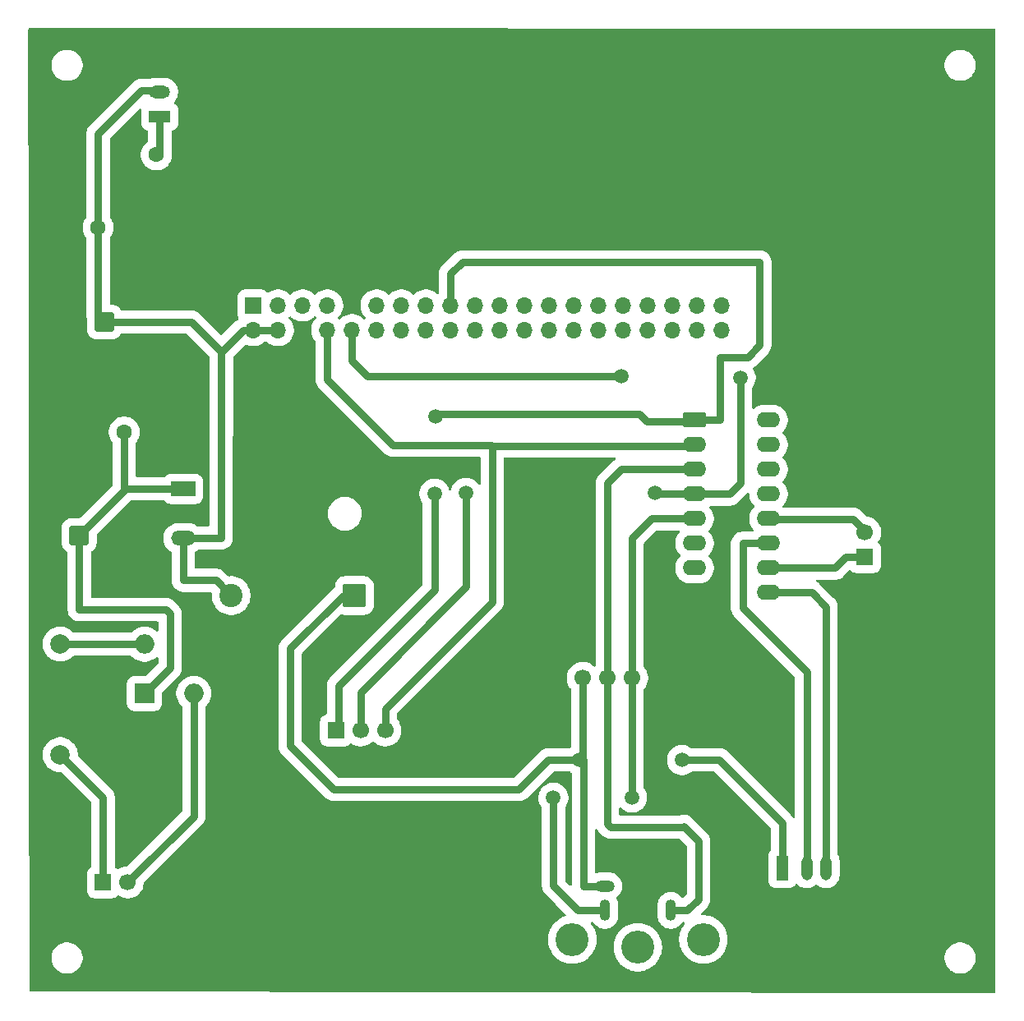
<source format=gbl>
G04 #@! TF.GenerationSoftware,KiCad,Pcbnew,9.0.2*
G04 #@! TF.CreationDate,2025-08-22T12:36:55+02:00*
G04 #@! TF.ProjectId,PiZero_VT100,50695a65-726f-45f5-9654-3130302e6b69,rev?*
G04 #@! TF.SameCoordinates,PX5e9ac00PYa0ca1c0*
G04 #@! TF.FileFunction,Copper,L2,Bot*
G04 #@! TF.FilePolarity,Positive*
%FSLAX46Y46*%
G04 Gerber Fmt 4.6, Leading zero omitted, Abs format (unit mm)*
G04 Created by KiCad (PCBNEW 9.0.2) date 2025-08-22 12:36:55*
%MOMM*%
%LPD*%
G01*
G04 APERTURE LIST*
G04 Aperture macros list*
%AMRoundRect*
0 Rectangle with rounded corners*
0 $1 Rounding radius*
0 $2 $3 $4 $5 $6 $7 $8 $9 X,Y pos of 4 corners*
0 Add a 4 corners polygon primitive as box body*
4,1,4,$2,$3,$4,$5,$6,$7,$8,$9,$2,$3,0*
0 Add four circle primitives for the rounded corners*
1,1,$1+$1,$2,$3*
1,1,$1+$1,$4,$5*
1,1,$1+$1,$6,$7*
1,1,$1+$1,$8,$9*
0 Add four rect primitives between the rounded corners*
20,1,$1+$1,$2,$3,$4,$5,0*
20,1,$1+$1,$4,$5,$6,$7,0*
20,1,$1+$1,$6,$7,$8,$9,0*
20,1,$1+$1,$8,$9,$2,$3,0*%
G04 Aperture macros list end*
G04 #@! TA.AperFunction,ComponentPad*
%ADD10R,1.700000X1.700000*%
G04 #@! TD*
G04 #@! TA.AperFunction,ComponentPad*
%ADD11O,1.700000X1.700000*%
G04 #@! TD*
G04 #@! TA.AperFunction,ComponentPad*
%ADD12C,1.700000*%
G04 #@! TD*
G04 #@! TA.AperFunction,ComponentPad*
%ADD13RoundRect,0.250000X0.750000X0.750000X-0.750000X0.750000X-0.750000X-0.750000X0.750000X-0.750000X0*%
G04 #@! TD*
G04 #@! TA.AperFunction,ComponentPad*
%ADD14C,2.000000*%
G04 #@! TD*
G04 #@! TA.AperFunction,ComponentPad*
%ADD15O,0.800000X0.800000*%
G04 #@! TD*
G04 #@! TA.AperFunction,ComponentPad*
%ADD16O,1.100000X2.200000*%
G04 #@! TD*
G04 #@! TA.AperFunction,ComponentPad*
%ADD17O,2.000000X1.200000*%
G04 #@! TD*
G04 #@! TA.AperFunction,ComponentPad*
%ADD18C,3.400000*%
G04 #@! TD*
G04 #@! TA.AperFunction,ComponentPad*
%ADD19C,1.600000*%
G04 #@! TD*
G04 #@! TA.AperFunction,ComponentPad*
%ADD20R,2.200000X1.300000*%
G04 #@! TD*
G04 #@! TA.AperFunction,ComponentPad*
%ADD21O,2.200000X1.300000*%
G04 #@! TD*
G04 #@! TA.AperFunction,ComponentPad*
%ADD22R,2.500000X1.500000*%
G04 #@! TD*
G04 #@! TA.AperFunction,ComponentPad*
%ADD23O,2.500000X1.500000*%
G04 #@! TD*
G04 #@! TA.AperFunction,ComponentPad*
%ADD24R,2.000000X2.000000*%
G04 #@! TD*
G04 #@! TA.AperFunction,ComponentPad*
%ADD25O,2.000000X2.000000*%
G04 #@! TD*
G04 #@! TA.AperFunction,ComponentPad*
%ADD26RoundRect,0.250001X0.949999X0.949999X-0.949999X0.949999X-0.949999X-0.949999X0.949999X-0.949999X0*%
G04 #@! TD*
G04 #@! TA.AperFunction,ComponentPad*
%ADD27C,2.400000*%
G04 #@! TD*
G04 #@! TA.AperFunction,ComponentPad*
%ADD28RoundRect,0.250000X-0.950000X-0.550000X0.950000X-0.550000X0.950000X0.550000X-0.950000X0.550000X0*%
G04 #@! TD*
G04 #@! TA.AperFunction,ComponentPad*
%ADD29O,2.400000X1.600000*%
G04 #@! TD*
G04 #@! TA.AperFunction,ComponentPad*
%ADD30RoundRect,0.250000X0.750000X-0.750000X0.750000X0.750000X-0.750000X0.750000X-0.750000X-0.750000X0*%
G04 #@! TD*
G04 #@! TA.AperFunction,ComponentPad*
%ADD31R,1.300000X2.500000*%
G04 #@! TD*
G04 #@! TA.AperFunction,ComponentPad*
%ADD32O,1.200000X2.500000*%
G04 #@! TD*
G04 #@! TA.AperFunction,ComponentPad*
%ADD33O,1.500000X2.500000*%
G04 #@! TD*
G04 #@! TA.AperFunction,ComponentPad*
%ADD34C,3.000000*%
G04 #@! TD*
G04 #@! TA.AperFunction,ViaPad*
%ADD35C,1.500000*%
G04 #@! TD*
G04 #@! TA.AperFunction,Conductor*
%ADD36C,0.800000*%
G04 #@! TD*
G04 APERTURE END LIST*
D10*
X23230000Y70940000D03*
D11*
X23230000Y68400000D03*
X25770000Y70940000D03*
X25770000Y68400000D03*
X28310000Y70940000D03*
X28310000Y68400000D03*
X30850000Y70940000D03*
X30850000Y68400000D03*
X33390000Y70940000D03*
X33390000Y68400000D03*
X35930000Y70940000D03*
X35930000Y68400000D03*
X38470000Y70940000D03*
X38470000Y68400000D03*
X41010000Y70940000D03*
X41010000Y68400000D03*
X43550000Y70940000D03*
X43550000Y68400000D03*
X46090000Y70940000D03*
X46090000Y68400000D03*
X48630000Y70940000D03*
X48630000Y68400000D03*
X51170000Y70940000D03*
X51170000Y68400000D03*
X53710000Y70940000D03*
X53710000Y68400000D03*
X56250000Y70940000D03*
X56250000Y68400000D03*
X58790000Y70940000D03*
X58790000Y68400000D03*
X61330000Y70940000D03*
X61330000Y68400000D03*
X63870000Y70940000D03*
X63870000Y68400000D03*
X66410000Y70940000D03*
X66410000Y68400000D03*
X68950000Y70940000D03*
X68950000Y68400000D03*
X71490000Y70940000D03*
X71490000Y68400000D03*
D10*
X31760000Y27150000D03*
D12*
X34300000Y27150000D03*
X36840000Y27150000D03*
X39380000Y27150000D03*
D13*
X7900000Y69250000D03*
D14*
X2900000Y69250000D03*
X3350000Y24650000D03*
X3350000Y36050000D03*
D15*
X64150000Y8600000D03*
X61550000Y8600000D03*
D16*
X66250000Y8600000D03*
X59450000Y8600000D03*
D17*
X66250000Y11100000D03*
X59450000Y11100000D03*
D18*
X69600000Y5600000D03*
X56100000Y5600000D03*
X62850000Y4800000D03*
D19*
X7250000Y79000000D03*
X2250000Y79000000D03*
D20*
X13600000Y90430000D03*
D21*
X13600000Y92970000D03*
D10*
X7760000Y11500000D03*
D12*
X10300000Y11500000D03*
D10*
X86250000Y45025000D03*
D12*
X86250000Y47565000D03*
D22*
X16020000Y52040000D03*
D23*
X16020000Y49500000D03*
X16020000Y46960000D03*
D19*
X9950000Y57900000D03*
X4950000Y57900000D03*
D24*
X12020000Y30950000D03*
D25*
X17100000Y30950000D03*
X17100000Y36030000D03*
X12020000Y36030000D03*
D26*
X33650000Y41050000D03*
D27*
X20950000Y41050000D03*
D19*
X13250000Y86480000D03*
X13250000Y76320000D03*
D10*
X54640000Y32550000D03*
D12*
X57180000Y32550000D03*
X59720000Y32550000D03*
X62260000Y32550000D03*
D28*
X68700000Y59130000D03*
D29*
X68700000Y56590000D03*
X68700000Y54050000D03*
X68700000Y51510000D03*
X68700000Y48970000D03*
X68700000Y46430000D03*
X68700000Y43890000D03*
X68700000Y41350000D03*
X76320000Y41350000D03*
X76320000Y43890000D03*
X76320000Y46430000D03*
X76320000Y48970000D03*
X76320000Y51510000D03*
X76320000Y54050000D03*
X76320000Y56590000D03*
X76320000Y59130000D03*
D30*
X5300000Y47250000D03*
D14*
X5300000Y52250000D03*
D31*
X77750000Y12940000D03*
D32*
X80250000Y12940000D03*
X82250000Y12940000D03*
D33*
X84750000Y12940000D03*
D34*
X74680000Y10230000D03*
X87820000Y10230000D03*
D35*
X73450000Y63500000D03*
X61120000Y63630000D03*
X45150000Y51650000D03*
X64600000Y51650000D03*
X41975000Y59525000D03*
X41900000Y51550000D03*
X62250000Y20250000D03*
X54150000Y20200000D03*
X67400000Y24100000D03*
X56850000Y24100000D03*
D36*
X54150000Y20200000D02*
X54150000Y11150000D01*
X54150000Y11150000D02*
X56700000Y8600000D01*
X56700000Y8600000D02*
X59450000Y8600000D01*
X30850000Y68400000D02*
X30850000Y63350000D01*
X68700000Y56590000D02*
X68610000Y56500000D01*
X30850000Y63350000D02*
X37650000Y56550000D01*
X36840000Y29390000D02*
X36840000Y27150000D01*
X37650000Y56550000D02*
X47800000Y56550000D01*
X47850000Y40400000D02*
X36840000Y29390000D01*
X68610000Y56500000D02*
X47850000Y56500000D01*
X47850000Y56500000D02*
X47850000Y40400000D01*
X47800000Y56550000D02*
X47850000Y56500000D01*
X72310000Y51510000D02*
X73450000Y52650000D01*
X35020000Y63630000D02*
X33390000Y65260000D01*
X45150000Y41950000D02*
X45150000Y51650000D01*
X34300000Y31100000D02*
X45150000Y41950000D01*
X61120000Y63630000D02*
X35020000Y63630000D01*
X73320000Y63630000D02*
X73450000Y63500000D01*
X45150000Y51650000D02*
X45350000Y51450000D01*
X33390000Y65260000D02*
X33390000Y68400000D01*
X34300000Y27150000D02*
X34300000Y31100000D01*
X68700000Y51510000D02*
X72310000Y51510000D01*
X64400000Y51450000D02*
X64600000Y51650000D01*
X68700000Y51510000D02*
X64740000Y51510000D01*
X73450000Y52650000D02*
X73450000Y63500000D01*
X23230000Y68400000D02*
X22200000Y68400000D01*
X7250000Y88650000D02*
X11700000Y93100000D01*
X7250000Y69900000D02*
X7900000Y69250000D01*
X19370000Y42630000D02*
X20950000Y41050000D01*
X22200000Y68400000D02*
X19950000Y66150000D01*
X19900000Y66200000D02*
X16850000Y69250000D01*
X13600000Y92970000D02*
X13470000Y93100000D01*
X7250000Y79000000D02*
X7250000Y69900000D01*
X16850000Y69250000D02*
X7900000Y69250000D01*
X19900000Y57600000D02*
X19900000Y66200000D01*
X19950000Y66150000D02*
X19950000Y57650000D01*
X16020000Y46960000D02*
X16020000Y42630000D01*
X16020000Y46960000D02*
X19900000Y46960000D01*
X19900000Y46960000D02*
X19900000Y57600000D01*
X13470000Y93100000D02*
X11700000Y93100000D01*
X25770000Y68400000D02*
X23230000Y68400000D01*
X7250000Y79000000D02*
X7250000Y88650000D01*
X16020000Y42630000D02*
X19370000Y42630000D01*
X19950000Y57650000D02*
X19900000Y57600000D01*
X68570000Y59000000D02*
X68700000Y59130000D01*
X74150000Y65600000D02*
X71300000Y65600000D01*
X63000000Y59750000D02*
X63750000Y59000000D01*
X41950000Y59500000D02*
X41975000Y59525000D01*
X71300000Y59200000D02*
X71250000Y59150000D01*
X42200000Y59750000D02*
X63000000Y59750000D01*
X71250000Y59150000D02*
X68720000Y59150000D01*
X43550000Y74200000D02*
X44800000Y75450000D01*
X32000000Y27390000D02*
X31760000Y27150000D01*
X75400000Y66850000D02*
X74150000Y65600000D01*
X63750000Y59000000D02*
X68570000Y59000000D01*
X71300000Y65600000D02*
X71300000Y59200000D01*
X68720000Y59150000D02*
X68700000Y59130000D01*
X43550000Y70940000D02*
X43550000Y74200000D01*
X75400000Y75450000D02*
X75400000Y66850000D01*
X32000000Y31750000D02*
X41900000Y41650000D01*
X41900000Y41650000D02*
X41900000Y51550000D01*
X32000000Y31750000D02*
X32000000Y27390000D01*
X41975000Y59525000D02*
X42200000Y59750000D01*
X44800000Y75450000D02*
X75400000Y75450000D01*
X73650000Y46430000D02*
X73650000Y39750000D01*
X80250000Y33150000D02*
X80250000Y12940000D01*
X76320000Y46430000D02*
X73650000Y46430000D01*
X73650000Y39750000D02*
X80250000Y33150000D01*
X80800000Y41350000D02*
X82250000Y39900000D01*
X76320000Y41350000D02*
X80800000Y41350000D01*
X82250000Y39900000D02*
X82250000Y12940000D01*
X5300000Y47250000D02*
X5300000Y39596500D01*
X14650000Y39150000D02*
X14650000Y33580000D01*
X16020000Y52040000D02*
X10090000Y52040000D01*
X5300000Y39596500D02*
X14203500Y39596500D01*
X14650000Y33580000D02*
X12020000Y30950000D01*
X10090000Y52040000D02*
X5300000Y47250000D01*
X9950000Y57900000D02*
X9950000Y52180000D01*
X9950000Y52180000D02*
X10090000Y52040000D01*
X14203500Y39596500D02*
X14650000Y39150000D01*
X10300000Y11500000D02*
X17100000Y18300000D01*
X17100000Y18300000D02*
X17100000Y30950000D01*
X12020000Y36030000D02*
X3370000Y36030000D01*
X3370000Y36030000D02*
X3350000Y36050000D01*
X3350000Y24650000D02*
X7760000Y20240000D01*
X7760000Y20240000D02*
X7760000Y11500000D01*
X83188300Y43890000D02*
X84298300Y45000000D01*
X86350000Y45000000D02*
X84298300Y45000000D01*
X76320000Y43890000D02*
X83188300Y43890000D01*
X84990000Y48900000D02*
X76390000Y48900000D01*
X86350000Y47540000D02*
X84990000Y48900000D01*
X76390000Y48900000D02*
X76320000Y48970000D01*
X13250000Y86480000D02*
X13600000Y86830000D01*
X13600000Y86830000D02*
X13600000Y90430000D01*
X64270000Y48970000D02*
X68700000Y48970000D01*
X54150000Y20200000D02*
X54300000Y20050000D01*
X62260000Y32550000D02*
X62260000Y20260000D01*
X62260000Y32550000D02*
X62260000Y46960000D01*
X62200000Y20200000D02*
X62250000Y20250000D01*
X62260000Y46960000D02*
X64270000Y48970000D01*
X67550000Y17200000D02*
X67600000Y17250000D01*
X59720000Y32550000D02*
X59720000Y52620000D01*
X61150000Y54050000D02*
X68700000Y54050000D01*
X69100000Y9750000D02*
X69100000Y15750000D01*
X59720000Y32550000D02*
X59720000Y17530000D01*
X69100000Y15750000D02*
X67600000Y17250000D01*
X67950000Y8600000D02*
X69100000Y9750000D01*
X66250000Y8600000D02*
X67950000Y8600000D01*
X59720000Y52620000D02*
X61150000Y54050000D01*
X59720000Y17530000D02*
X60050000Y17200000D01*
X60050000Y17200000D02*
X67550000Y17200000D01*
X50600000Y21050000D02*
X53650000Y24100000D01*
X57248300Y11100000D02*
X57248300Y21050000D01*
X53650000Y24100000D02*
X56850000Y24100000D01*
X77750000Y17600000D02*
X77750000Y12940000D01*
X32500000Y41050000D02*
X27050000Y35600000D01*
X59450000Y11100000D02*
X57248300Y11100000D01*
X31550000Y21050000D02*
X50600000Y21050000D01*
X27050000Y25550000D02*
X31550000Y21050000D01*
X67400000Y24100000D02*
X71250000Y24100000D01*
X71250000Y24100000D02*
X77750000Y17600000D01*
X56850000Y24100000D02*
X57248300Y24100000D01*
X57180000Y32550000D02*
X57180000Y24430000D01*
X27050000Y35600000D02*
X27050000Y25550000D01*
X33650000Y41050000D02*
X32500000Y41050000D01*
X57248300Y24100000D02*
X57248300Y21050000D01*
G04 #@! TA.AperFunction,Conductor*
G36*
X99575567Y99500189D02*
G01*
X99642592Y99480472D01*
X99688320Y99427645D01*
X99699500Y99376190D01*
X99699500Y224477D01*
X99679815Y157438D01*
X99627011Y111683D01*
X99575376Y100477D01*
X273751Y199877D01*
X206731Y219629D01*
X161029Y272478D01*
X149875Y323752D01*
X147970Y2216761D01*
X146350Y3825962D01*
X2449500Y3825962D01*
X2449500Y3574038D01*
X2484865Y3350754D01*
X2488910Y3325215D01*
X2566760Y3085617D01*
X2681132Y2861152D01*
X2829201Y2657351D01*
X2829205Y2657346D01*
X3007345Y2479206D01*
X3007350Y2479202D01*
X3125387Y2393444D01*
X3211155Y2331130D01*
X3354184Y2258253D01*
X3435616Y2216761D01*
X3435618Y2216761D01*
X3435621Y2216759D01*
X3675215Y2138910D01*
X3924038Y2099500D01*
X3924039Y2099500D01*
X4175961Y2099500D01*
X4175962Y2099500D01*
X4424785Y2138910D01*
X4664379Y2216759D01*
X4888845Y2331130D01*
X5092656Y2479207D01*
X5270793Y2657344D01*
X5418870Y2861155D01*
X5533241Y3085621D01*
X5611090Y3325215D01*
X5650500Y3574038D01*
X5650500Y3825962D01*
X5611090Y4074785D01*
X5533241Y4314379D01*
X5533239Y4314382D01*
X5533239Y4314384D01*
X5491747Y4395816D01*
X5418870Y4538845D01*
X5399952Y4564883D01*
X5270798Y4742650D01*
X5270794Y4742655D01*
X5092654Y4920795D01*
X5092649Y4920799D01*
X4888848Y5068868D01*
X4888847Y5068869D01*
X4888845Y5068870D01*
X4818747Y5104587D01*
X4664383Y5183240D01*
X4424785Y5261090D01*
X4175962Y5300500D01*
X3924038Y5300500D01*
X3799626Y5280795D01*
X3675214Y5261090D01*
X3435616Y5183240D01*
X3211151Y5068868D01*
X3007350Y4920799D01*
X3007345Y4920795D01*
X2829205Y4742655D01*
X2829201Y4742650D01*
X2681132Y4538849D01*
X2566760Y4314384D01*
X2513593Y4150752D01*
X2488910Y4074785D01*
X2449500Y3825962D01*
X146350Y3825962D01*
X125271Y24768005D01*
X1549500Y24768005D01*
X1549500Y24531996D01*
X1549501Y24531980D01*
X1580306Y24297990D01*
X1641394Y24070007D01*
X1731714Y23851955D01*
X1731719Y23851944D01*
X1798125Y23736928D01*
X1849727Y23647550D01*
X1849729Y23647547D01*
X1849730Y23647546D01*
X1993406Y23460303D01*
X1993412Y23460296D01*
X2160295Y23293413D01*
X2160302Y23293407D01*
X2270306Y23208999D01*
X2347550Y23149727D01*
X2451144Y23089917D01*
X2551943Y23031720D01*
X2551948Y23031718D01*
X2551951Y23031716D01*
X2770007Y22941394D01*
X2997986Y22880307D01*
X3231989Y22849500D01*
X3401374Y22849500D01*
X3468413Y22829815D01*
X3489055Y22813181D01*
X6523181Y19779056D01*
X6556666Y19717733D01*
X6559500Y19691375D01*
X6559500Y13143708D01*
X6539815Y13076669D01*
X6501473Y13038715D01*
X6407741Y12979819D01*
X6407739Y12979818D01*
X6280184Y12852263D01*
X6184211Y12699524D01*
X6124631Y12529255D01*
X6124630Y12529250D01*
X6109500Y12394961D01*
X6109500Y10605040D01*
X6124630Y10470751D01*
X6124631Y10470746D01*
X6184211Y10300477D01*
X6255114Y10187637D01*
X6280184Y10147738D01*
X6407738Y10020184D01*
X6560478Y9924211D01*
X6699246Y9875654D01*
X6730745Y9864632D01*
X6730750Y9864631D01*
X6821246Y9854435D01*
X6865040Y9849501D01*
X6865043Y9849500D01*
X6865046Y9849500D01*
X8654957Y9849500D01*
X8654958Y9849501D01*
X8728761Y9857816D01*
X8789249Y9864631D01*
X8789252Y9864632D01*
X8789255Y9864632D01*
X8959522Y9924211D01*
X9112262Y10020184D01*
X9212655Y10120577D01*
X9273978Y10154062D01*
X9343670Y10149078D01*
X9373218Y10133217D01*
X9434949Y10088366D01*
X9544312Y10032643D01*
X9666423Y9970423D01*
X9666425Y9970423D01*
X9666428Y9970421D01*
X9913507Y9890140D01*
X10033332Y9871162D01*
X10170098Y9849500D01*
X10170103Y9849500D01*
X10429902Y9849500D01*
X10543298Y9867461D01*
X10686493Y9890140D01*
X10933572Y9970421D01*
X11165051Y10088366D01*
X11375229Y10241069D01*
X11558931Y10424771D01*
X11711634Y10634949D01*
X11829579Y10866428D01*
X11909860Y11113507D01*
X11940885Y11309393D01*
X11950500Y11370098D01*
X11950500Y11401374D01*
X11970185Y11468413D01*
X11986819Y11489055D01*
X14867019Y14369255D01*
X18015690Y17517926D01*
X18126760Y17670801D01*
X18212547Y17839168D01*
X18270940Y18018882D01*
X18286433Y18116702D01*
X18300500Y18205513D01*
X18300500Y29552847D01*
X18320185Y29619886D01*
X18336814Y29640524D01*
X18456592Y29760301D01*
X18600273Y29947550D01*
X18718284Y30151951D01*
X18808606Y30370007D01*
X18869693Y30597986D01*
X18900500Y30831989D01*
X18900500Y31068011D01*
X18869693Y31302014D01*
X18808606Y31529993D01*
X18718284Y31748049D01*
X18718282Y31748052D01*
X18718280Y31748057D01*
X18662605Y31844487D01*
X18600273Y31952450D01*
X18456592Y32139699D01*
X18456587Y32139705D01*
X18289704Y32306588D01*
X18289697Y32306594D01*
X18102454Y32450270D01*
X18102453Y32450271D01*
X18102450Y32450273D01*
X18020957Y32497323D01*
X17898056Y32568281D01*
X17898045Y32568286D01*
X17679993Y32658606D01*
X17452010Y32719694D01*
X17218020Y32750499D01*
X17218017Y32750500D01*
X17218011Y32750500D01*
X16981989Y32750500D01*
X16981983Y32750500D01*
X16981979Y32750499D01*
X16747989Y32719694D01*
X16520006Y32658606D01*
X16301954Y32568286D01*
X16301943Y32568281D01*
X16097545Y32450270D01*
X15910302Y32306594D01*
X15910295Y32306588D01*
X15743412Y32139705D01*
X15743406Y32139698D01*
X15599730Y31952455D01*
X15481719Y31748057D01*
X15481714Y31748046D01*
X15391394Y31529994D01*
X15330306Y31302011D01*
X15299501Y31068021D01*
X15299500Y31068005D01*
X15299500Y30831996D01*
X15299501Y30831980D01*
X15330306Y30597990D01*
X15391394Y30370007D01*
X15473380Y30172074D01*
X15481716Y30151951D01*
X15599727Y29947550D01*
X15599729Y29947547D01*
X15599730Y29947546D01*
X15743405Y29760304D01*
X15743407Y29760302D01*
X15743408Y29760301D01*
X15863182Y29640527D01*
X15896666Y29579206D01*
X15899500Y29552847D01*
X15899500Y18848626D01*
X15879815Y18781587D01*
X15863181Y18760945D01*
X10289055Y13186819D01*
X10227732Y13153334D01*
X10201374Y13150500D01*
X10170098Y13150500D01*
X9913506Y13109860D01*
X9666423Y13029578D01*
X9434946Y12911633D01*
X9373219Y12866786D01*
X9307413Y12843307D01*
X9239359Y12859133D01*
X9212654Y12879424D01*
X9112260Y12979818D01*
X9112258Y12979819D01*
X9018527Y13038715D01*
X8972237Y13091049D01*
X8960500Y13143708D01*
X8960500Y20334487D01*
X8930940Y20521119D01*
X8872545Y20700837D01*
X8824470Y20795188D01*
X8786760Y20869199D01*
X8675690Y21022073D01*
X8542073Y21155690D01*
X6867948Y22829815D01*
X5186819Y24510945D01*
X5153334Y24572268D01*
X5150500Y24598626D01*
X5150500Y24768005D01*
X5150500Y24768011D01*
X5119693Y25002014D01*
X5058606Y25229993D01*
X4968284Y25448049D01*
X4968282Y25448052D01*
X4968280Y25448057D01*
X4916984Y25536903D01*
X4850273Y25652450D01*
X4759631Y25770577D01*
X4706593Y25839698D01*
X4706587Y25839705D01*
X4539704Y26006588D01*
X4539697Y26006594D01*
X4352454Y26150270D01*
X4352453Y26150271D01*
X4352450Y26150273D01*
X4270957Y26197323D01*
X4148056Y26268281D01*
X4148045Y26268286D01*
X3929993Y26358606D01*
X3702010Y26419694D01*
X3468020Y26450499D01*
X3468017Y26450500D01*
X3468011Y26450500D01*
X3231989Y26450500D01*
X3231983Y26450500D01*
X3231979Y26450499D01*
X2997989Y26419694D01*
X2770006Y26358606D01*
X2551954Y26268286D01*
X2551943Y26268281D01*
X2347545Y26150270D01*
X2160302Y26006594D01*
X2160295Y26006588D01*
X1993412Y25839705D01*
X1993406Y25839698D01*
X1849730Y25652455D01*
X1731719Y25448057D01*
X1731714Y25448046D01*
X1641394Y25229994D01*
X1580306Y25002011D01*
X1549501Y24768021D01*
X1549500Y24768005D01*
X125271Y24768005D01*
X113796Y36168005D01*
X1549500Y36168005D01*
X1549500Y35931996D01*
X1549501Y35931980D01*
X1580306Y35697990D01*
X1641394Y35470007D01*
X1731714Y35251955D01*
X1731719Y35251944D01*
X1796895Y35139057D01*
X1849727Y35047550D01*
X1849729Y35047547D01*
X1849730Y35047546D01*
X1993406Y34860303D01*
X1993412Y34860296D01*
X2160295Y34693413D01*
X2160302Y34693407D01*
X2186367Y34673407D01*
X2347550Y34549727D01*
X2478918Y34473882D01*
X2551943Y34431720D01*
X2551948Y34431718D01*
X2551951Y34431716D01*
X2770007Y34341394D01*
X2997986Y34280307D01*
X3231989Y34249500D01*
X3231996Y34249500D01*
X3468004Y34249500D01*
X3468011Y34249500D01*
X3702014Y34280307D01*
X3929993Y34341394D01*
X4148049Y34431716D01*
X4352450Y34549727D01*
X4539699Y34693408D01*
X4639473Y34793183D01*
X4700794Y34826666D01*
X4727153Y34829500D01*
X10622847Y34829500D01*
X10689886Y34809815D01*
X10710523Y34793186D01*
X10773681Y34730028D01*
X10830303Y34673406D01*
X10896395Y34622692D01*
X11017550Y34529727D01*
X11148918Y34453882D01*
X11221943Y34411720D01*
X11221948Y34411718D01*
X11221951Y34411716D01*
X11440007Y34321394D01*
X11667986Y34260307D01*
X11901989Y34229500D01*
X11901996Y34229500D01*
X12138004Y34229500D01*
X12138011Y34229500D01*
X12372014Y34260307D01*
X12599993Y34321394D01*
X12818049Y34411716D01*
X13022450Y34529727D01*
X13209699Y34673408D01*
X13209704Y34673413D01*
X13237819Y34701527D01*
X13299142Y34735012D01*
X13368834Y34730028D01*
X13424767Y34688156D01*
X13449184Y34622692D01*
X13449500Y34613846D01*
X13449500Y34128626D01*
X13429815Y34061587D01*
X13413181Y34040945D01*
X12159055Y32786819D01*
X12097732Y32753334D01*
X12071374Y32750500D01*
X10975039Y32750500D01*
X10840750Y32735370D01*
X10840745Y32735369D01*
X10670476Y32675789D01*
X10517737Y32579816D01*
X10390184Y32452263D01*
X10294211Y32299524D01*
X10234631Y32129255D01*
X10234630Y32129250D01*
X10219500Y31994961D01*
X10219500Y29905040D01*
X10234630Y29770751D01*
X10234631Y29770746D01*
X10294211Y29600477D01*
X10367097Y29484481D01*
X10390184Y29447738D01*
X10517738Y29320184D01*
X10670478Y29224211D01*
X10840745Y29164632D01*
X10840750Y29164631D01*
X10931246Y29154435D01*
X10975040Y29149501D01*
X10975043Y29149500D01*
X10975046Y29149500D01*
X13064957Y29149500D01*
X13064958Y29149501D01*
X13132104Y29157066D01*
X13199249Y29164631D01*
X13199252Y29164632D01*
X13199255Y29164632D01*
X13369522Y29224211D01*
X13522262Y29320184D01*
X13649816Y29447738D01*
X13745789Y29600478D01*
X13805368Y29770745D01*
X13820500Y29905046D01*
X13820500Y31001375D01*
X13840185Y31068414D01*
X13856819Y31089056D01*
X14684191Y31916428D01*
X15565690Y32797927D01*
X15676760Y32950801D01*
X15762547Y33119168D01*
X15820940Y33298882D01*
X15850500Y33485514D01*
X15850500Y39244487D01*
X15820940Y39431119D01*
X15762545Y39610837D01*
X15676759Y39779200D01*
X15625683Y39849500D01*
X15625683Y39849501D01*
X15625681Y39849502D01*
X15601685Y39882530D01*
X15565693Y39932071D01*
X14985576Y40512188D01*
X14985574Y40512190D01*
X14832699Y40623260D01*
X14664336Y40709046D01*
X14484618Y40767441D01*
X14297986Y40797000D01*
X14297981Y40797000D01*
X6624500Y40797000D01*
X6557461Y40816685D01*
X6511706Y40869489D01*
X6500500Y40921000D01*
X6500500Y45475326D01*
X6520185Y45542365D01*
X6566046Y45584684D01*
X6636450Y45622315D01*
X6796410Y45753590D01*
X6927685Y45913550D01*
X7025232Y46096046D01*
X7085300Y46294066D01*
X7100500Y46448392D01*
X7100500Y47301374D01*
X7120185Y47368413D01*
X7136819Y47389055D01*
X10550945Y50803181D01*
X10612268Y50836666D01*
X10638626Y50839500D01*
X14039190Y50839500D01*
X14106229Y50819815D01*
X14136135Y50792815D01*
X14140183Y50787739D01*
X14140184Y50787738D01*
X14267738Y50660184D01*
X14420478Y50564211D01*
X14590745Y50504632D01*
X14590750Y50504631D01*
X14681246Y50494435D01*
X14725040Y50489501D01*
X14725043Y50489500D01*
X14725046Y50489500D01*
X17314957Y50489500D01*
X17314958Y50489501D01*
X17382104Y50497066D01*
X17449249Y50504631D01*
X17449252Y50504632D01*
X17449255Y50504632D01*
X17619522Y50564211D01*
X17772262Y50660184D01*
X17899816Y50787738D01*
X17995789Y50940478D01*
X18055368Y51110745D01*
X18070500Y51245046D01*
X18070500Y52834954D01*
X18055368Y52969255D01*
X17995789Y53139522D01*
X17990924Y53147264D01*
X17926874Y53249199D01*
X17899816Y53292262D01*
X17772262Y53419816D01*
X17747109Y53435621D01*
X17619523Y53515789D01*
X17449254Y53575369D01*
X17449249Y53575370D01*
X17314960Y53590500D01*
X17314954Y53590500D01*
X14725046Y53590500D01*
X14725039Y53590500D01*
X14590750Y53575370D01*
X14590745Y53575369D01*
X14420476Y53515789D01*
X14267737Y53419816D01*
X14140183Y53292262D01*
X14136135Y53287185D01*
X14078946Y53247046D01*
X14039190Y53240500D01*
X11274500Y53240500D01*
X11207461Y53260185D01*
X11161706Y53312989D01*
X11150500Y53364500D01*
X11150500Y56789123D01*
X11170185Y56856162D01*
X11174182Y56862008D01*
X11248854Y56964786D01*
X11318870Y57061155D01*
X11433241Y57285621D01*
X11511090Y57525215D01*
X11550500Y57774038D01*
X11550500Y58025962D01*
X11511090Y58274785D01*
X11433241Y58514379D01*
X11433239Y58514382D01*
X11433239Y58514384D01*
X11391747Y58595816D01*
X11318870Y58738845D01*
X11299952Y58764883D01*
X11170798Y58942650D01*
X11170794Y58942655D01*
X10992654Y59120795D01*
X10992649Y59120799D01*
X10788848Y59268868D01*
X10788847Y59268869D01*
X10788845Y59268870D01*
X10718747Y59304587D01*
X10564383Y59383240D01*
X10324785Y59461090D01*
X10075962Y59500500D01*
X9824038Y59500500D01*
X9699626Y59480795D01*
X9575214Y59461090D01*
X9335616Y59383240D01*
X9111151Y59268868D01*
X8907350Y59120799D01*
X8907345Y59120795D01*
X8729205Y58942655D01*
X8729201Y58942650D01*
X8581132Y58738849D01*
X8466760Y58514384D01*
X8410861Y58342344D01*
X8388910Y58274785D01*
X8349500Y58025962D01*
X8349500Y57774038D01*
X8382511Y57565617D01*
X8388910Y57525215D01*
X8466760Y57285617D01*
X8581132Y57061152D01*
X8725818Y56862008D01*
X8749298Y56796202D01*
X8749500Y56789123D01*
X8749500Y52448626D01*
X8729815Y52381587D01*
X8713181Y52360945D01*
X5439055Y49086819D01*
X5377732Y49053334D01*
X5351374Y49050500D01*
X4498392Y49050500D01*
X4460298Y49046749D01*
X4344067Y49035301D01*
X4146043Y48975231D01*
X4072860Y48936113D01*
X3963550Y48877685D01*
X3963548Y48877684D01*
X3963547Y48877683D01*
X3803589Y48746411D01*
X3672317Y48586453D01*
X3574769Y48403957D01*
X3514699Y48205933D01*
X3499500Y48051605D01*
X3499500Y46448396D01*
X3514699Y46294068D01*
X3514700Y46294066D01*
X3574768Y46096046D01*
X3672315Y45913550D01*
X3672317Y45913548D01*
X3803589Y45753590D01*
X3963549Y45622316D01*
X3963551Y45622314D01*
X3984242Y45611255D01*
X4033953Y45584684D01*
X4083797Y45535723D01*
X4099500Y45475326D01*
X4099500Y39502014D01*
X4129059Y39315382D01*
X4187454Y39135664D01*
X4272922Y38967926D01*
X4273240Y38967301D01*
X4384310Y38814427D01*
X4517927Y38680810D01*
X4670801Y38569740D01*
X4750347Y38529210D01*
X4839163Y38483955D01*
X4839165Y38483955D01*
X4839168Y38483953D01*
X4935497Y38452654D01*
X5018881Y38425560D01*
X5205514Y38396000D01*
X5205519Y38396000D01*
X13325500Y38396000D01*
X13392539Y38376315D01*
X13438294Y38323511D01*
X13449500Y38272000D01*
X13449500Y37446154D01*
X13429815Y37379115D01*
X13377011Y37333360D01*
X13307853Y37323416D01*
X13244297Y37352441D01*
X13237819Y37358473D01*
X13209704Y37386588D01*
X13209697Y37386594D01*
X13022454Y37530270D01*
X13022453Y37530271D01*
X13022450Y37530273D01*
X12940957Y37577323D01*
X12818056Y37648281D01*
X12818045Y37648286D01*
X12599993Y37738606D01*
X12372010Y37799694D01*
X12138020Y37830499D01*
X12138017Y37830500D01*
X12138011Y37830500D01*
X11901989Y37830500D01*
X11901983Y37830500D01*
X11901979Y37830499D01*
X11667989Y37799694D01*
X11440006Y37738606D01*
X11221954Y37648286D01*
X11221943Y37648281D01*
X11017545Y37530270D01*
X10830303Y37386595D01*
X10796150Y37352441D01*
X10710526Y37266818D01*
X10649206Y37233334D01*
X10622847Y37230500D01*
X4767153Y37230500D01*
X4700114Y37250185D01*
X4679476Y37266815D01*
X4539699Y37406592D01*
X4539698Y37406593D01*
X4539696Y37406595D01*
X4352454Y37550270D01*
X4352453Y37550271D01*
X4352450Y37550273D01*
X4270957Y37597323D01*
X4148056Y37668281D01*
X4148045Y37668286D01*
X3929993Y37758606D01*
X3702010Y37819694D01*
X3468020Y37850499D01*
X3468017Y37850500D01*
X3468011Y37850500D01*
X3231989Y37850500D01*
X3231983Y37850500D01*
X3231979Y37850499D01*
X2997989Y37819694D01*
X2770006Y37758606D01*
X2551954Y37668286D01*
X2551943Y37668281D01*
X2347545Y37550270D01*
X2160302Y37406594D01*
X2160295Y37406588D01*
X1993412Y37239705D01*
X1993406Y37239698D01*
X1849730Y37052455D01*
X1731719Y36848057D01*
X1731714Y36848046D01*
X1641394Y36629994D01*
X1580306Y36402011D01*
X1549501Y36168021D01*
X1549500Y36168005D01*
X113796Y36168005D01*
X73624Y76079200D01*
X70558Y79125962D01*
X5649500Y79125962D01*
X5649500Y78874039D01*
X5688910Y78625215D01*
X5766760Y78385617D01*
X5881132Y78161152D01*
X6025818Y77962008D01*
X6049298Y77896202D01*
X6049500Y77889123D01*
X6049500Y69805514D01*
X6079059Y69618886D01*
X6079059Y69618885D01*
X6093431Y69574653D01*
X6099500Y69536335D01*
X6099500Y68448396D01*
X6114699Y68294068D01*
X6144734Y68195056D01*
X6174768Y68096046D01*
X6272315Y67913550D01*
X6281827Y67901960D01*
X6403589Y67753590D01*
X6500209Y67674298D01*
X6563550Y67622315D01*
X6746046Y67524768D01*
X6944066Y67464700D01*
X6944065Y67464700D01*
X6982647Y67460900D01*
X7098392Y67449500D01*
X7098395Y67449500D01*
X8701605Y67449500D01*
X8701608Y67449500D01*
X8855934Y67464700D01*
X9053954Y67524768D01*
X9236450Y67622315D01*
X9396410Y67753590D01*
X9527685Y67913550D01*
X9539388Y67935445D01*
X9565317Y67983953D01*
X9614279Y68033797D01*
X9674675Y68049500D01*
X16301374Y68049500D01*
X16368413Y68029815D01*
X16389055Y68013181D01*
X18663181Y65739055D01*
X18696666Y65677732D01*
X18699500Y65651374D01*
X18699500Y48284500D01*
X18679815Y48217461D01*
X18627011Y48171706D01*
X18575500Y48160500D01*
X17545811Y48160500D01*
X17478772Y48180185D01*
X17472926Y48184182D01*
X17332642Y48286104D01*
X17332641Y48286105D01*
X17332639Y48286106D01*
X17115185Y48396904D01*
X16883076Y48472321D01*
X16883074Y48472322D01*
X16883072Y48472322D01*
X16714769Y48498979D01*
X16642027Y48510500D01*
X15397973Y48510500D01*
X15342093Y48501650D01*
X15156927Y48472322D01*
X14924812Y48396903D01*
X14707357Y48286104D01*
X14509923Y48142661D01*
X14509918Y48142657D01*
X14337343Y47970082D01*
X14337339Y47970077D01*
X14193896Y47772643D01*
X14083097Y47555188D01*
X14007678Y47323073D01*
X13969500Y47082027D01*
X13969500Y46837974D01*
X14005818Y46608670D01*
X14007679Y46596924D01*
X14083096Y46364815D01*
X14181879Y46170941D01*
X14193896Y46147358D01*
X14337339Y45949924D01*
X14337343Y45949919D01*
X14509918Y45777344D01*
X14509923Y45777340D01*
X14704898Y45635684D01*
X14707361Y45633894D01*
X14751795Y45611254D01*
X14802590Y45563281D01*
X14819500Y45500770D01*
X14819500Y42535514D01*
X14849059Y42348882D01*
X14907454Y42169164D01*
X14967355Y42051603D01*
X14993240Y42000801D01*
X15104310Y41847927D01*
X15237927Y41714310D01*
X15390801Y41603240D01*
X15470347Y41562710D01*
X15559163Y41517455D01*
X15559165Y41517455D01*
X15559168Y41517453D01*
X15646220Y41489168D01*
X15738881Y41459060D01*
X15925514Y41429500D01*
X15925519Y41429500D01*
X18821374Y41429500D01*
X18850814Y41420856D01*
X18880801Y41414332D01*
X18885816Y41410578D01*
X18888413Y41409815D01*
X18909055Y41393181D01*
X18926225Y41376011D01*
X18959710Y41314688D01*
X18961483Y41272145D01*
X18949500Y41181121D01*
X18949500Y40918873D01*
X18965546Y40797000D01*
X18983730Y40658884D01*
X19051602Y40405582D01*
X19051605Y40405572D01*
X19151953Y40163310D01*
X19151958Y40163300D01*
X19283075Y39936197D01*
X19442718Y39728149D01*
X19442726Y39728140D01*
X19628140Y39542726D01*
X19628148Y39542719D01*
X19836196Y39383076D01*
X20063299Y39251959D01*
X20063309Y39251954D01*
X20305571Y39151606D01*
X20305581Y39151602D01*
X20558884Y39083730D01*
X20818880Y39049500D01*
X20818887Y39049500D01*
X21081113Y39049500D01*
X21081120Y39049500D01*
X21341116Y39083730D01*
X21594419Y39151602D01*
X21771340Y39224886D01*
X21836690Y39251954D01*
X21836691Y39251955D01*
X21836697Y39251957D01*
X22063803Y39383076D01*
X22271851Y39542718D01*
X22271855Y39542723D01*
X22271860Y39542726D01*
X22457274Y39728140D01*
X22457277Y39728145D01*
X22457282Y39728149D01*
X22616924Y39936197D01*
X22748043Y40163303D01*
X22848398Y40405581D01*
X22916270Y40658884D01*
X22950500Y40918880D01*
X22950500Y41181120D01*
X22916270Y41441116D01*
X22848398Y41694419D01*
X22827662Y41744481D01*
X22748046Y41936691D01*
X22748041Y41936701D01*
X22616924Y42163804D01*
X22457281Y42371852D01*
X22457274Y42371860D01*
X22271860Y42557274D01*
X22271851Y42557282D01*
X22063803Y42716925D01*
X21836700Y42848042D01*
X21836690Y42848047D01*
X21594428Y42948395D01*
X21594421Y42948397D01*
X21594419Y42948398D01*
X21341116Y43016270D01*
X21283339Y43023877D01*
X21081127Y43050500D01*
X21081120Y43050500D01*
X20818880Y43050500D01*
X20818879Y43050500D01*
X20727855Y43038517D01*
X20658819Y43049283D01*
X20623989Y43073775D01*
X20152076Y43545688D01*
X20152074Y43545690D01*
X19999199Y43656760D01*
X19984499Y43664250D01*
X19830836Y43742546D01*
X19651118Y43800941D01*
X19464486Y43830500D01*
X19464481Y43830500D01*
X17344500Y43830500D01*
X17277461Y43850185D01*
X17231706Y43902989D01*
X17220500Y43954500D01*
X17220500Y45500770D01*
X17222723Y45508342D01*
X17221455Y45516131D01*
X17232427Y45541392D01*
X17240185Y45567809D01*
X17246855Y45574606D01*
X17249293Y45580216D01*
X17263434Y45591497D01*
X17275532Y45603821D01*
X17281641Y45607910D01*
X17332639Y45633894D01*
X17474866Y45737228D01*
X17476843Y45738551D01*
X17507996Y45748332D01*
X17538732Y45759298D01*
X17543348Y45759430D01*
X17543505Y45759479D01*
X17543653Y45759439D01*
X17545811Y45759500D01*
X19994486Y45759500D01*
X20181118Y45789060D01*
X20360832Y45847453D01*
X20529199Y45933240D01*
X20682073Y46044310D01*
X20815690Y46177927D01*
X20926760Y46330801D01*
X21012547Y46499168D01*
X21070940Y46678882D01*
X21090881Y46804785D01*
X21100500Y46865514D01*
X21100500Y49614742D01*
X30929500Y49614742D01*
X30929500Y49385259D01*
X30952491Y49210635D01*
X30959452Y49157762D01*
X31018842Y48936113D01*
X31106650Y48724124D01*
X31106656Y48724112D01*
X31181074Y48595215D01*
X31221392Y48525383D01*
X31361081Y48343339D01*
X31361089Y48343330D01*
X31523330Y48181089D01*
X31523338Y48181082D01*
X31705382Y48041393D01*
X31705385Y48041392D01*
X31705388Y48041389D01*
X31904112Y47926656D01*
X31904117Y47926654D01*
X31904123Y47926651D01*
X31995480Y47888810D01*
X32116113Y47838842D01*
X32337762Y47779452D01*
X32565266Y47749500D01*
X32565273Y47749500D01*
X32794727Y47749500D01*
X32794734Y47749500D01*
X33022238Y47779452D01*
X33243887Y47838842D01*
X33455888Y47926656D01*
X33654612Y48041389D01*
X33836661Y48181081D01*
X33836665Y48181086D01*
X33836670Y48181089D01*
X33998911Y48343330D01*
X33998914Y48343335D01*
X33998919Y48343339D01*
X34138611Y48525388D01*
X34253344Y48724112D01*
X34341158Y48936113D01*
X34400548Y49157762D01*
X34430500Y49385266D01*
X34430500Y49614734D01*
X34400548Y49842238D01*
X34341158Y50063887D01*
X34286159Y50196666D01*
X34253349Y50275877D01*
X34253346Y50275883D01*
X34253344Y50275888D01*
X34138611Y50474612D01*
X34138608Y50474615D01*
X34138607Y50474618D01*
X33998918Y50656662D01*
X33998911Y50656670D01*
X33836670Y50818911D01*
X33836661Y50818919D01*
X33654617Y50958608D01*
X33455890Y51073343D01*
X33455876Y51073350D01*
X33243887Y51161158D01*
X33022238Y51220548D01*
X32984215Y51225554D01*
X32794741Y51250500D01*
X32794734Y51250500D01*
X32565266Y51250500D01*
X32565258Y51250500D01*
X32348715Y51221991D01*
X32337762Y51220548D01*
X32299512Y51210299D01*
X32116112Y51161158D01*
X31904123Y51073350D01*
X31904109Y51073343D01*
X31705382Y50958608D01*
X31523338Y50818919D01*
X31361081Y50656662D01*
X31221392Y50474618D01*
X31106657Y50275891D01*
X31106650Y50275877D01*
X31018842Y50063888D01*
X30959453Y49842241D01*
X30959451Y49842230D01*
X30929500Y49614742D01*
X21100500Y49614742D01*
X21100500Y57286335D01*
X21106569Y57324653D01*
X21107503Y57327529D01*
X21120940Y57368882D01*
X21134077Y57451832D01*
X21150500Y57555514D01*
X21150500Y65601376D01*
X21170185Y65668415D01*
X21186814Y65689052D01*
X22381522Y66883761D01*
X22442843Y66917244D01*
X22512535Y66912260D01*
X22525492Y66906565D01*
X22546855Y66895680D01*
X22596423Y66870423D01*
X22596425Y66870423D01*
X22596428Y66870421D01*
X22843507Y66790140D01*
X22975706Y66769203D01*
X23100098Y66749500D01*
X23100103Y66749500D01*
X23359902Y66749500D01*
X23473298Y66767461D01*
X23616493Y66790140D01*
X23863572Y66870421D01*
X24095051Y66988366D01*
X24305229Y67141069D01*
X24327341Y67163181D01*
X24354268Y67177885D01*
X24380087Y67194477D01*
X24386287Y67195369D01*
X24388664Y67196666D01*
X24415022Y67199500D01*
X24584978Y67199500D01*
X24652017Y67179815D01*
X24672659Y67163181D01*
X24694771Y67141069D01*
X24904949Y66988366D01*
X25044533Y66917244D01*
X25136423Y66870423D01*
X25136425Y66870423D01*
X25136428Y66870421D01*
X25383507Y66790140D01*
X25515706Y66769203D01*
X25640098Y66749500D01*
X25640103Y66749500D01*
X25899902Y66749500D01*
X26013298Y66767461D01*
X26156493Y66790140D01*
X26403572Y66870421D01*
X26635051Y66988366D01*
X26845229Y67141069D01*
X27028931Y67324771D01*
X27181634Y67534949D01*
X27299579Y67766428D01*
X27379860Y68013507D01*
X27402539Y68156702D01*
X27420500Y68270098D01*
X27420500Y68529903D01*
X27398947Y68665979D01*
X27379860Y68786493D01*
X27299579Y69033572D01*
X27299577Y69033575D01*
X27299577Y69033577D01*
X27256787Y69117555D01*
X27181634Y69265051D01*
X27028931Y69475229D01*
X26921841Y69582319D01*
X26917502Y69590265D01*
X26910255Y69595690D01*
X26901020Y69620450D01*
X26888356Y69643642D01*
X26889001Y69652672D01*
X26885838Y69661154D01*
X26891454Y69686975D01*
X26893340Y69713334D01*
X26899158Y69722388D01*
X26900690Y69729427D01*
X26921841Y69757681D01*
X26952319Y69788159D01*
X27013642Y69821644D01*
X27083334Y69816660D01*
X27127681Y69788159D01*
X27234771Y69681069D01*
X27444949Y69528366D01*
X27579136Y69459994D01*
X27676423Y69410423D01*
X27676425Y69410423D01*
X27676428Y69410421D01*
X27923507Y69330140D01*
X28055706Y69309203D01*
X28180098Y69289500D01*
X28180103Y69289500D01*
X28439902Y69289500D01*
X28553298Y69307461D01*
X28696493Y69330140D01*
X28943572Y69410421D01*
X29175051Y69528366D01*
X29385229Y69681069D01*
X29492319Y69788159D01*
X29500264Y69792498D01*
X29505691Y69799746D01*
X29530450Y69808981D01*
X29553642Y69821644D01*
X29562672Y69820999D01*
X29571156Y69824162D01*
X29596974Y69818546D01*
X29623334Y69816660D01*
X29632389Y69810841D01*
X29639429Y69809309D01*
X29667679Y69788161D01*
X29698159Y69757681D01*
X29698160Y69757680D01*
X29731644Y69696356D01*
X29726658Y69626665D01*
X29698159Y69582319D01*
X29591066Y69475226D01*
X29438368Y69265055D01*
X29320422Y69033577D01*
X29240140Y68786494D01*
X29199500Y68529903D01*
X29199500Y68270098D01*
X29240140Y68013507D01*
X29320422Y67766424D01*
X29438368Y67534946D01*
X29591066Y67324775D01*
X29591071Y67324769D01*
X29613181Y67302659D01*
X29646666Y67241336D01*
X29649500Y67214978D01*
X29649500Y63255514D01*
X29679059Y63068882D01*
X29737454Y62889164D01*
X29823240Y62720801D01*
X29934310Y62567926D01*
X36867926Y55634310D01*
X37020801Y55523240D01*
X37189168Y55437453D01*
X37368882Y55379060D01*
X37431092Y55369207D01*
X37555513Y55349500D01*
X37555518Y55349500D01*
X37555519Y55349500D01*
X46525500Y55349500D01*
X46592539Y55329815D01*
X46638294Y55277011D01*
X46649500Y55225500D01*
X46649500Y52605617D01*
X46629815Y52538578D01*
X46577011Y52492823D01*
X46507853Y52482879D01*
X46444297Y52511904D01*
X46425182Y52532732D01*
X46332660Y52660077D01*
X46332656Y52660082D01*
X46160081Y52832657D01*
X46160076Y52832661D01*
X45962642Y52976104D01*
X45962641Y52976105D01*
X45962639Y52976106D01*
X45745185Y53086904D01*
X45513076Y53162321D01*
X45513074Y53162322D01*
X45513072Y53162322D01*
X45344769Y53188979D01*
X45272027Y53200500D01*
X45027973Y53200500D01*
X44972093Y53191650D01*
X44786927Y53162322D01*
X44554812Y53086903D01*
X44337357Y52976104D01*
X44139923Y52832661D01*
X44139918Y52832657D01*
X43967343Y52660082D01*
X43967339Y52660077D01*
X43823896Y52462643D01*
X43713097Y52245188D01*
X43637678Y52013073D01*
X43633976Y51989698D01*
X43604046Y51926563D01*
X43544735Y51889632D01*
X43474872Y51890630D01*
X43416640Y51929240D01*
X43393572Y51970778D01*
X43336904Y52145185D01*
X43226106Y52362639D01*
X43102527Y52532732D01*
X43082660Y52560077D01*
X43082656Y52560082D01*
X42910081Y52732657D01*
X42910076Y52732661D01*
X42712642Y52876104D01*
X42712641Y52876105D01*
X42712639Y52876106D01*
X42495185Y52986904D01*
X42263076Y53062321D01*
X42263074Y53062322D01*
X42263072Y53062322D01*
X42094769Y53088979D01*
X42022027Y53100500D01*
X41777973Y53100500D01*
X41722093Y53091650D01*
X41536927Y53062322D01*
X41304812Y52986903D01*
X41087357Y52876104D01*
X40889923Y52732661D01*
X40889918Y52732657D01*
X40717343Y52560082D01*
X40717339Y52560077D01*
X40573896Y52362643D01*
X40463097Y52145188D01*
X40387678Y51913073D01*
X40349500Y51672027D01*
X40349500Y51427974D01*
X40383976Y51210299D01*
X40387679Y51186924D01*
X40463096Y50954815D01*
X40573894Y50737361D01*
X40675819Y50597074D01*
X40699298Y50531270D01*
X40699500Y50524190D01*
X40699500Y42198626D01*
X40679815Y42131587D01*
X40663181Y42110945D01*
X31084312Y32532077D01*
X31084307Y32532071D01*
X30994935Y32409061D01*
X30994935Y32409060D01*
X30973240Y32379199D01*
X30973238Y32379196D01*
X30887454Y32210837D01*
X30829059Y32031119D01*
X30799500Y31844487D01*
X30799500Y28897409D01*
X30779815Y28830370D01*
X30727011Y28784615D01*
X30716460Y28780370D01*
X30674928Y28765837D01*
X30560478Y28725790D01*
X30407737Y28629816D01*
X30280184Y28502263D01*
X30184211Y28349524D01*
X30124631Y28179255D01*
X30124630Y28179250D01*
X30109500Y28044961D01*
X30109500Y26255040D01*
X30124630Y26120751D01*
X30124631Y26120746D01*
X30184211Y25950477D01*
X30221538Y25891072D01*
X30280184Y25797738D01*
X30407738Y25670184D01*
X30560478Y25574211D01*
X30667098Y25536903D01*
X30730745Y25514632D01*
X30730750Y25514631D01*
X30821246Y25504435D01*
X30865040Y25499501D01*
X30865043Y25499500D01*
X30865046Y25499500D01*
X32654957Y25499500D01*
X32654958Y25499501D01*
X32722104Y25507066D01*
X32789249Y25514631D01*
X32789252Y25514632D01*
X32789255Y25514632D01*
X32959522Y25574211D01*
X33112262Y25670184D01*
X33212655Y25770577D01*
X33273978Y25804062D01*
X33343670Y25799078D01*
X33373218Y25783217D01*
X33434949Y25738366D01*
X33544312Y25682643D01*
X33666423Y25620423D01*
X33666425Y25620423D01*
X33666428Y25620421D01*
X33913507Y25540140D01*
X34045706Y25519203D01*
X34170098Y25499500D01*
X34170103Y25499500D01*
X34429902Y25499500D01*
X34543298Y25517461D01*
X34686493Y25540140D01*
X34933572Y25620421D01*
X35165051Y25738366D01*
X35375229Y25891069D01*
X35482319Y25998159D01*
X35543642Y26031644D01*
X35613334Y26026660D01*
X35657681Y25998159D01*
X35764771Y25891069D01*
X35974949Y25738366D01*
X36108761Y25670185D01*
X36206423Y25620423D01*
X36206425Y25620423D01*
X36206428Y25620421D01*
X36453507Y25540140D01*
X36585706Y25519203D01*
X36710098Y25499500D01*
X36710103Y25499500D01*
X36969902Y25499500D01*
X37083298Y25517461D01*
X37226493Y25540140D01*
X37473572Y25620421D01*
X37705051Y25738366D01*
X37915229Y25891069D01*
X38098931Y26074771D01*
X38251634Y26284949D01*
X38369579Y26516428D01*
X38449860Y26763507D01*
X38472539Y26906702D01*
X38490500Y27020098D01*
X38490500Y27279903D01*
X38468947Y27415979D01*
X38449860Y27536493D01*
X38369579Y27783572D01*
X38369577Y27783575D01*
X38369577Y27783577D01*
X38326787Y27867555D01*
X38251634Y28015051D01*
X38098931Y28225229D01*
X38076819Y28247341D01*
X38043334Y28308664D01*
X38040500Y28335022D01*
X38040500Y28841374D01*
X38060185Y28908413D01*
X38076819Y28929055D01*
X43408071Y34260307D01*
X48765690Y39617926D01*
X48876760Y39770801D01*
X48962547Y39939168D01*
X49020940Y40118882D01*
X49034077Y40201832D01*
X49050500Y40305513D01*
X49050500Y55175500D01*
X49070185Y55242539D01*
X49122989Y55288294D01*
X49174500Y55299500D01*
X60445743Y55299500D01*
X60512782Y55279815D01*
X60558537Y55227011D01*
X60568481Y55157853D01*
X60539456Y55094297D01*
X60518628Y55075182D01*
X60367926Y54965690D01*
X60367924Y54965688D01*
X60367923Y54965688D01*
X58804312Y53402077D01*
X58804307Y53402071D01*
X58739586Y53312989D01*
X58724734Y53292547D01*
X58708987Y53270873D01*
X58693240Y53249200D01*
X58607454Y53080837D01*
X58549059Y52901119D01*
X58519500Y52714487D01*
X58519500Y33844022D01*
X58499815Y33776983D01*
X58447011Y33731228D01*
X58377853Y33721284D01*
X58314297Y33750309D01*
X58307819Y33756341D01*
X58255231Y33808929D01*
X58255225Y33808934D01*
X58045054Y33961632D01*
X58045053Y33961633D01*
X58045051Y33961634D01*
X57972764Y33998466D01*
X57813576Y34079578D01*
X57566493Y34159860D01*
X57309902Y34200500D01*
X57309897Y34200500D01*
X57050103Y34200500D01*
X57050098Y34200500D01*
X56793506Y34159860D01*
X56546423Y34079578D01*
X56314945Y33961632D01*
X56104774Y33808934D01*
X56104768Y33808929D01*
X55921071Y33625232D01*
X55921066Y33625226D01*
X55768368Y33415055D01*
X55650422Y33183577D01*
X55570140Y32936494D01*
X55529500Y32679903D01*
X55529500Y32420098D01*
X55570140Y32163507D01*
X55650422Y31916424D01*
X55768368Y31684946D01*
X55921066Y31474775D01*
X55921071Y31474769D01*
X55943181Y31452659D01*
X55976666Y31391336D01*
X55979500Y31364978D01*
X55979500Y25447250D01*
X55977958Y25442001D01*
X55979045Y25436640D01*
X55968219Y25408835D01*
X55959815Y25380211D01*
X55955155Y25375278D01*
X55953697Y25371531D01*
X55928386Y25346933D01*
X55897074Y25324183D01*
X55831268Y25300702D01*
X55824188Y25300500D01*
X53555514Y25300500D01*
X53368881Y25270941D01*
X53189163Y25212546D01*
X53020800Y25126760D01*
X52867923Y25015688D01*
X50139055Y22286819D01*
X50077732Y22253334D01*
X50051374Y22250500D01*
X32098626Y22250500D01*
X32031587Y22270185D01*
X32010945Y22286819D01*
X28286819Y26010945D01*
X28253334Y26072268D01*
X28250500Y26098626D01*
X28250500Y35051376D01*
X28270185Y35118415D01*
X28286814Y35139052D01*
X32225451Y39077690D01*
X32286772Y39111173D01*
X32349123Y39108669D01*
X32494067Y39064700D01*
X32494066Y39064700D01*
X32504970Y39063627D01*
X32648393Y39049500D01*
X34651606Y39049501D01*
X34805933Y39064700D01*
X35003954Y39124769D01*
X35019279Y39132960D01*
X35186448Y39222314D01*
X35186447Y39222314D01*
X35186450Y39222315D01*
X35346410Y39353590D01*
X35477685Y39513550D01*
X35572524Y39690981D01*
X35575229Y39696042D01*
X35575229Y39696043D01*
X35575231Y39696046D01*
X35635300Y39894067D01*
X35650500Y40048393D01*
X35650499Y42051606D01*
X35635300Y42205933D01*
X35575231Y42403954D01*
X35575229Y42403957D01*
X35575229Y42403959D01*
X35477686Y42586449D01*
X35477684Y42586451D01*
X35346410Y42746411D01*
X35186450Y42877685D01*
X35186448Y42877687D01*
X35003958Y42975230D01*
X34904943Y43005266D01*
X34805933Y43035300D01*
X34805931Y43035301D01*
X34805933Y43035301D01*
X34695220Y43046205D01*
X34651607Y43050500D01*
X34651603Y43050500D01*
X32648397Y43050500D01*
X32494068Y43035301D01*
X32296041Y42975230D01*
X32113551Y42877687D01*
X32113549Y42877685D01*
X31953589Y42746411D01*
X31822315Y42586451D01*
X31822313Y42586449D01*
X31724770Y42403959D01*
X31664699Y42205932D01*
X31649500Y42051604D01*
X31649500Y41948626D01*
X31629815Y41881587D01*
X31613181Y41860945D01*
X26134310Y36382075D01*
X26082759Y36311119D01*
X26082758Y36311118D01*
X26023240Y36229200D01*
X25937454Y36060837D01*
X25879059Y35881119D01*
X25849500Y35694487D01*
X25849500Y25455514D01*
X25879059Y25268882D01*
X25937454Y25089164D01*
X26023240Y24920801D01*
X26134310Y24767926D01*
X30767926Y20134310D01*
X30920801Y20023240D01*
X31089168Y19937453D01*
X31268882Y19879060D01*
X31338870Y19867975D01*
X31455513Y19849500D01*
X31455518Y19849500D01*
X50694486Y19849500D01*
X50881118Y19879060D01*
X51060832Y19937453D01*
X51229199Y20023240D01*
X51382074Y20134310D01*
X54110945Y22863181D01*
X54172268Y22896666D01*
X54198626Y22899500D01*
X55824189Y22899500D01*
X55844609Y22893504D01*
X55865859Y22892289D01*
X55887329Y22880960D01*
X55891228Y22879815D01*
X55897074Y22875818D01*
X55996685Y22803447D01*
X56039351Y22748118D01*
X56047800Y22703129D01*
X56047800Y11249326D01*
X56028115Y11182287D01*
X55975311Y11136532D01*
X55906153Y11126588D01*
X55842597Y11155613D01*
X55836119Y11161645D01*
X55386819Y11610945D01*
X55353334Y11672268D01*
X55350500Y11698626D01*
X55350500Y19174190D01*
X55370185Y19241229D01*
X55374164Y19247051D01*
X55476106Y19387361D01*
X55586904Y19604815D01*
X55662321Y19836924D01*
X55700500Y20077973D01*
X55700500Y20322027D01*
X55662321Y20563076D01*
X55586904Y20795185D01*
X55476106Y21012639D01*
X55457779Y21037864D01*
X55332660Y21210077D01*
X55332656Y21210082D01*
X55160081Y21382657D01*
X55160076Y21382661D01*
X54962642Y21526104D01*
X54962641Y21526105D01*
X54962639Y21526106D01*
X54745185Y21636904D01*
X54513076Y21712321D01*
X54513074Y21712322D01*
X54513072Y21712322D01*
X54344769Y21738979D01*
X54272027Y21750500D01*
X54027973Y21750500D01*
X53972093Y21741650D01*
X53786927Y21712322D01*
X53554812Y21636903D01*
X53337357Y21526104D01*
X53139923Y21382661D01*
X53139918Y21382657D01*
X52967343Y21210082D01*
X52967339Y21210077D01*
X52823896Y21012643D01*
X52713097Y20795188D01*
X52637678Y20563073D01*
X52599500Y20322027D01*
X52599500Y20077974D01*
X52629759Y19886924D01*
X52637679Y19836924D01*
X52713096Y19604815D01*
X52823894Y19387361D01*
X52925819Y19247074D01*
X52949298Y19181270D01*
X52949500Y19174190D01*
X52949500Y11055514D01*
X52979059Y10868882D01*
X53037454Y10689164D01*
X53065080Y10634946D01*
X53123240Y10520801D01*
X53234310Y10367926D01*
X54345949Y9256287D01*
X55407143Y8195094D01*
X55440628Y8133771D01*
X55435644Y8064079D01*
X55393772Y8008146D01*
X55360417Y7990372D01*
X55141588Y7913800D01*
X54888557Y7791947D01*
X54650753Y7642524D01*
X54431175Y7467417D01*
X54232583Y7268825D01*
X54057476Y7049247D01*
X53908053Y6811443D01*
X53786200Y6558412D01*
X53693443Y6293330D01*
X53693439Y6293318D01*
X53630945Y6019513D01*
X53630942Y6019495D01*
X53599500Y5740432D01*
X53599500Y5459569D01*
X53630942Y5180506D01*
X53630945Y5180488D01*
X53693439Y4906683D01*
X53693443Y4906671D01*
X53786200Y4641589D01*
X53908053Y4388558D01*
X53913122Y4380491D01*
X54057477Y4150752D01*
X54232584Y3931175D01*
X54431175Y3732584D01*
X54650752Y3557477D01*
X54888555Y3408055D01*
X55141592Y3286199D01*
X55340680Y3216535D01*
X55406670Y3193444D01*
X55406682Y3193440D01*
X55680491Y3130945D01*
X55680497Y3130945D01*
X55680505Y3130943D01*
X55866547Y3109982D01*
X55959569Y3099501D01*
X55959572Y3099500D01*
X55959575Y3099500D01*
X56240428Y3099500D01*
X56240429Y3099501D01*
X56383055Y3115571D01*
X56519494Y3130943D01*
X56519499Y3130944D01*
X56519509Y3130945D01*
X56793318Y3193440D01*
X57058408Y3286199D01*
X57311445Y3408055D01*
X57549248Y3557477D01*
X57768825Y3732584D01*
X57967416Y3931175D01*
X58142523Y4150752D01*
X58291945Y4388555D01*
X58413801Y4641592D01*
X58506560Y4906682D01*
X58514263Y4940432D01*
X60349500Y4940432D01*
X60349500Y4659569D01*
X60380942Y4380506D01*
X60380945Y4380488D01*
X60443439Y4106683D01*
X60443443Y4106671D01*
X60536200Y3841589D01*
X60658053Y3588558D01*
X60658055Y3588555D01*
X60807477Y3350752D01*
X60982584Y3131175D01*
X61181175Y2932584D01*
X61400752Y2757477D01*
X61638555Y2608055D01*
X61891592Y2486199D01*
X62090680Y2416535D01*
X62156670Y2393444D01*
X62156682Y2393440D01*
X62430491Y2330945D01*
X62430497Y2330945D01*
X62430505Y2330943D01*
X62616547Y2309982D01*
X62709569Y2299501D01*
X62709572Y2299500D01*
X62709575Y2299500D01*
X62990428Y2299500D01*
X62990429Y2299501D01*
X63133055Y2315571D01*
X63269494Y2330943D01*
X63269499Y2330944D01*
X63269509Y2330945D01*
X63543318Y2393440D01*
X63808408Y2486199D01*
X64061445Y2608055D01*
X64299248Y2757477D01*
X64518825Y2932584D01*
X64717416Y3131175D01*
X64892523Y3350752D01*
X65041945Y3588555D01*
X65163801Y3841592D01*
X65256560Y4106682D01*
X65319055Y4380491D01*
X65350500Y4659575D01*
X65350500Y4940425D01*
X65323452Y5180488D01*
X65319057Y5219495D01*
X65319054Y5219513D01*
X65256560Y5493318D01*
X65256556Y5493330D01*
X65233465Y5559320D01*
X65163801Y5758408D01*
X65041945Y6011445D01*
X64892523Y6249248D01*
X64717416Y6468825D01*
X64518825Y6667416D01*
X64299248Y6842523D01*
X64061445Y6991945D01*
X64061442Y6991947D01*
X63808411Y7113800D01*
X63543329Y7206557D01*
X63543317Y7206561D01*
X63269512Y7269055D01*
X63269494Y7269058D01*
X62990431Y7300500D01*
X62990425Y7300500D01*
X62709575Y7300500D01*
X62709568Y7300500D01*
X62430505Y7269058D01*
X62430487Y7269055D01*
X62156682Y7206561D01*
X62156670Y7206557D01*
X61891588Y7113800D01*
X61638557Y6991947D01*
X61400753Y6842524D01*
X61181175Y6667417D01*
X60982583Y6468825D01*
X60807476Y6249247D01*
X60658053Y6011443D01*
X60536200Y5758412D01*
X60443443Y5493330D01*
X60443439Y5493318D01*
X60380945Y5219513D01*
X60380942Y5219495D01*
X60349500Y4940432D01*
X58514263Y4940432D01*
X58569055Y5180491D01*
X58600500Y5459575D01*
X58600500Y5740425D01*
X58569055Y6019509D01*
X58506560Y6293318D01*
X58413801Y6558408D01*
X58291945Y6811445D01*
X58142523Y7049248D01*
X58023748Y7198187D01*
X58017947Y7212395D01*
X58007901Y7223989D01*
X58005012Y7244079D01*
X57997339Y7262874D01*
X58000140Y7277961D01*
X57997957Y7293147D01*
X58006390Y7311613D01*
X58010096Y7331569D01*
X58020607Y7342745D01*
X58026982Y7356703D01*
X58044059Y7367678D01*
X58057966Y7382463D01*
X58073726Y7386744D01*
X58085760Y7394477D01*
X58120695Y7399500D01*
X58190382Y7399500D01*
X58257421Y7379815D01*
X58291099Y7345409D01*
X58292085Y7346125D01*
X58419890Y7170214D01*
X58570213Y7019891D01*
X58742179Y6894952D01*
X58742181Y6894951D01*
X58742184Y6894949D01*
X58931588Y6798443D01*
X59133757Y6732754D01*
X59343713Y6699500D01*
X59343714Y6699500D01*
X59556286Y6699500D01*
X59556287Y6699500D01*
X59766243Y6732754D01*
X59968412Y6798443D01*
X60157816Y6894949D01*
X60179789Y6910914D01*
X60329786Y7019891D01*
X60329788Y7019894D01*
X60329792Y7019896D01*
X60480104Y7170208D01*
X60480106Y7170212D01*
X60480109Y7170214D01*
X60605048Y7342180D01*
X60605047Y7342180D01*
X60605051Y7342184D01*
X60701557Y7531588D01*
X60767246Y7733757D01*
X60800500Y7943713D01*
X60800500Y9256287D01*
X60767246Y9466243D01*
X60701557Y9668412D01*
X60630949Y9806988D01*
X60618054Y9875654D01*
X60644330Y9940394D01*
X60668549Y9963598D01*
X60762365Y10031758D01*
X60918242Y10187635D01*
X61047815Y10365978D01*
X61147895Y10562394D01*
X61216015Y10772049D01*
X61250500Y10989778D01*
X61250500Y11210222D01*
X61216015Y11427951D01*
X61147895Y11637606D01*
X61147895Y11637607D01*
X61089405Y11752397D01*
X61047815Y11834022D01*
X61031260Y11856808D01*
X60918247Y12012359D01*
X60918243Y12012364D01*
X60762363Y12168244D01*
X60762358Y12168248D01*
X60584025Y12297813D01*
X60584024Y12297814D01*
X60584022Y12297815D01*
X60521096Y12329878D01*
X60387606Y12397896D01*
X60387603Y12397897D01*
X60177952Y12466015D01*
X60069086Y12483258D01*
X59960222Y12500500D01*
X58939778Y12500500D01*
X58896232Y12493603D01*
X58722045Y12466015D01*
X58611117Y12429973D01*
X58541276Y12427978D01*
X58481443Y12464059D01*
X58450616Y12526761D01*
X58448800Y12547904D01*
X58448800Y16864045D01*
X58468485Y16931084D01*
X58521289Y16976839D01*
X58590447Y16986783D01*
X58654003Y16957758D01*
X58683284Y16920341D01*
X58693240Y16900801D01*
X58804310Y16747926D01*
X59267926Y16284310D01*
X59420800Y16173240D01*
X59500348Y16132709D01*
X59589163Y16087455D01*
X59589165Y16087455D01*
X59589168Y16087453D01*
X59685497Y16056154D01*
X59768881Y16029060D01*
X59955514Y15999500D01*
X59955519Y15999500D01*
X67101374Y15999500D01*
X67168413Y15979815D01*
X67189055Y15963181D01*
X67863181Y15289055D01*
X67896666Y15227732D01*
X67899500Y15201374D01*
X67899500Y10298626D01*
X67879815Y10231587D01*
X67863181Y10210945D01*
X67551898Y9899663D01*
X67490575Y9866178D01*
X67420883Y9871162D01*
X67364950Y9913034D01*
X67363899Y9914459D01*
X67280109Y10029786D01*
X67280105Y10029791D01*
X67129786Y10180110D01*
X66957820Y10305049D01*
X66768414Y10401556D01*
X66768413Y10401557D01*
X66768412Y10401557D01*
X66566243Y10467246D01*
X66566241Y10467247D01*
X66566240Y10467247D01*
X66404957Y10492792D01*
X66356287Y10500500D01*
X66143713Y10500500D01*
X66095042Y10492792D01*
X65933760Y10467247D01*
X65731585Y10401556D01*
X65542179Y10305049D01*
X65370213Y10180110D01*
X65219890Y10029787D01*
X65094951Y9857821D01*
X64998444Y9668415D01*
X64932753Y9466240D01*
X64899500Y9256287D01*
X64899500Y7943714D01*
X64932753Y7733761D01*
X64998444Y7531586D01*
X65094951Y7342180D01*
X65219890Y7170214D01*
X65370213Y7019891D01*
X65542179Y6894952D01*
X65542181Y6894951D01*
X65542184Y6894949D01*
X65731588Y6798443D01*
X65933757Y6732754D01*
X66143713Y6699500D01*
X66143714Y6699500D01*
X66356286Y6699500D01*
X66356287Y6699500D01*
X66566243Y6732754D01*
X66768412Y6798443D01*
X66957816Y6894949D01*
X66979789Y6910914D01*
X67129786Y7019891D01*
X67129788Y7019894D01*
X67129792Y7019896D01*
X67280104Y7170208D01*
X67280106Y7170212D01*
X67280109Y7170214D01*
X67407915Y7346125D01*
X67409259Y7345149D01*
X67411591Y7347258D01*
X67415905Y7356703D01*
X67437060Y7370299D01*
X67455705Y7387166D01*
X67467508Y7389867D01*
X67474683Y7394477D01*
X67509618Y7399500D01*
X67579305Y7399500D01*
X67646344Y7379815D01*
X67692099Y7327011D01*
X67702043Y7257853D01*
X67676252Y7198187D01*
X67557476Y7049247D01*
X67408053Y6811443D01*
X67286200Y6558412D01*
X67193443Y6293330D01*
X67193439Y6293318D01*
X67130945Y6019513D01*
X67130942Y6019495D01*
X67099500Y5740432D01*
X67099500Y5459569D01*
X67130942Y5180506D01*
X67130945Y5180488D01*
X67193439Y4906683D01*
X67193443Y4906671D01*
X67286200Y4641589D01*
X67408053Y4388558D01*
X67413122Y4380491D01*
X67557477Y4150752D01*
X67732584Y3931175D01*
X67931175Y3732584D01*
X68150752Y3557477D01*
X68388555Y3408055D01*
X68641592Y3286199D01*
X68840680Y3216535D01*
X68906670Y3193444D01*
X68906682Y3193440D01*
X69180491Y3130945D01*
X69180497Y3130945D01*
X69180505Y3130943D01*
X69366547Y3109982D01*
X69459569Y3099501D01*
X69459572Y3099500D01*
X69459575Y3099500D01*
X69740428Y3099500D01*
X69740429Y3099501D01*
X69883055Y3115571D01*
X70019494Y3130943D01*
X70019499Y3130944D01*
X70019509Y3130945D01*
X70293318Y3193440D01*
X70558408Y3286199D01*
X70811445Y3408055D01*
X71049248Y3557477D01*
X71268825Y3732584D01*
X71362203Y3825962D01*
X94449500Y3825962D01*
X94449500Y3574038D01*
X94484865Y3350754D01*
X94488910Y3325215D01*
X94566760Y3085617D01*
X94681132Y2861152D01*
X94829201Y2657351D01*
X94829205Y2657346D01*
X95007345Y2479206D01*
X95007350Y2479202D01*
X95125387Y2393444D01*
X95211155Y2331130D01*
X95354184Y2258253D01*
X95435616Y2216761D01*
X95435618Y2216761D01*
X95435621Y2216759D01*
X95675215Y2138910D01*
X95924038Y2099500D01*
X95924039Y2099500D01*
X96175961Y2099500D01*
X96175962Y2099500D01*
X96424785Y2138910D01*
X96664379Y2216759D01*
X96888845Y2331130D01*
X97092656Y2479207D01*
X97270793Y2657344D01*
X97418870Y2861155D01*
X97533241Y3085621D01*
X97611090Y3325215D01*
X97650500Y3574038D01*
X97650500Y3825962D01*
X97611090Y4074785D01*
X97533241Y4314379D01*
X97533239Y4314382D01*
X97533239Y4314384D01*
X97491747Y4395816D01*
X97418870Y4538845D01*
X97399952Y4564883D01*
X97270798Y4742650D01*
X97270794Y4742655D01*
X97092654Y4920795D01*
X97092649Y4920799D01*
X96888848Y5068868D01*
X96888847Y5068869D01*
X96888845Y5068870D01*
X96818747Y5104587D01*
X96664383Y5183240D01*
X96424785Y5261090D01*
X96175962Y5300500D01*
X95924038Y5300500D01*
X95799626Y5280795D01*
X95675214Y5261090D01*
X95435616Y5183240D01*
X95211151Y5068868D01*
X95007350Y4920799D01*
X95007345Y4920795D01*
X94829205Y4742655D01*
X94829201Y4742650D01*
X94681132Y4538849D01*
X94566760Y4314384D01*
X94513593Y4150752D01*
X94488910Y4074785D01*
X94449500Y3825962D01*
X71362203Y3825962D01*
X71467416Y3931175D01*
X71642523Y4150752D01*
X71791945Y4388555D01*
X71913801Y4641592D01*
X72006560Y4906682D01*
X72069055Y5180491D01*
X72100500Y5459575D01*
X72100500Y5740425D01*
X72069055Y6019509D01*
X72006560Y6293318D01*
X71913801Y6558408D01*
X71791945Y6811445D01*
X71642523Y7049248D01*
X71467416Y7268825D01*
X71268825Y7467416D01*
X71049248Y7642523D01*
X70811445Y7791945D01*
X70811442Y7791947D01*
X70558411Y7913800D01*
X70293329Y8006557D01*
X70293317Y8006561D01*
X70019512Y8069055D01*
X70019494Y8069058D01*
X69740431Y8100500D01*
X69740425Y8100500D01*
X69459575Y8100500D01*
X69459573Y8100500D01*
X69456099Y8100305D01*
X69456032Y8101493D01*
X69392045Y8112705D01*
X69340669Y8160058D01*
X69323049Y8227669D01*
X69344780Y8294074D01*
X69359310Y8311548D01*
X70015690Y8967927D01*
X70126760Y9120801D01*
X70212547Y9289168D01*
X70270940Y9468882D01*
X70300500Y9655514D01*
X70300500Y15844487D01*
X70270940Y16031119D01*
X70212545Y16210837D01*
X70126759Y16379200D01*
X70098623Y16417926D01*
X70098623Y16417927D01*
X70098621Y16417928D01*
X70065449Y16463586D01*
X70015693Y16532071D01*
X68382076Y18165688D01*
X68382074Y18165690D01*
X68229199Y18276760D01*
X68060832Y18362547D01*
X67881118Y18420940D01*
X67881116Y18420941D01*
X67881115Y18420941D01*
X67724851Y18445690D01*
X67724851Y18445691D01*
X67694482Y18450500D01*
X67694481Y18450500D01*
X67505519Y18450500D01*
X67505514Y18450500D01*
X67318885Y18420941D01*
X67318884Y18420941D01*
X67274653Y18406569D01*
X67236335Y18400500D01*
X61044500Y18400500D01*
X60977461Y18420185D01*
X60931706Y18472989D01*
X60920500Y18524500D01*
X60920500Y19087400D01*
X60940185Y19154439D01*
X60992989Y19200194D01*
X61062147Y19210138D01*
X61125703Y19181113D01*
X61132181Y19175081D01*
X61239918Y19067344D01*
X61239923Y19067340D01*
X61412136Y18942221D01*
X61437361Y18923894D01*
X61654815Y18813096D01*
X61886924Y18737679D01*
X62127973Y18699500D01*
X62127974Y18699500D01*
X62372026Y18699500D01*
X62372027Y18699500D01*
X62613076Y18737679D01*
X62845185Y18813096D01*
X63062639Y18923894D01*
X63260083Y19067345D01*
X63432655Y19239917D01*
X63576106Y19437361D01*
X63686904Y19654815D01*
X63762321Y19886924D01*
X63800500Y20127973D01*
X63800500Y20372027D01*
X63762321Y20613076D01*
X63686904Y20845185D01*
X63576106Y21062639D01*
X63484182Y21189163D01*
X63460702Y21254969D01*
X63460500Y21262048D01*
X63460500Y31364978D01*
X63480185Y31432017D01*
X63496819Y31452659D01*
X63518931Y31474771D01*
X63671634Y31684949D01*
X63789579Y31916428D01*
X63869860Y32163507D01*
X63892539Y32306702D01*
X63910500Y32420098D01*
X63910500Y32679903D01*
X63888947Y32815979D01*
X63869860Y32936493D01*
X63789579Y33183572D01*
X63789577Y33183575D01*
X63789577Y33183577D01*
X63730825Y33298882D01*
X63671634Y33415051D01*
X63518931Y33625229D01*
X63496819Y33647341D01*
X63463334Y33708664D01*
X63460500Y33735022D01*
X63460500Y46411374D01*
X63480185Y46478413D01*
X63496819Y46499055D01*
X64730945Y47733181D01*
X64792268Y47766666D01*
X64818626Y47769500D01*
X67076689Y47769500D01*
X67143728Y47749815D01*
X67189483Y47697011D01*
X67199427Y47627853D01*
X67170402Y47564297D01*
X67164370Y47557819D01*
X67079205Y47472655D01*
X67079201Y47472650D01*
X66931132Y47268849D01*
X66816760Y47044384D01*
X66749693Y46837973D01*
X66738910Y46804785D01*
X66699500Y46555962D01*
X66699500Y46304038D01*
X66720581Y46170941D01*
X66738910Y46055215D01*
X66816760Y45815617D01*
X66848365Y45753590D01*
X66924676Y45603821D01*
X66931132Y45591152D01*
X67079201Y45387351D01*
X67079205Y45387346D01*
X67218870Y45247681D01*
X67252355Y45186358D01*
X67247371Y45116666D01*
X67218870Y45072319D01*
X67079205Y44932655D01*
X67079201Y44932650D01*
X66931132Y44728849D01*
X66816760Y44504384D01*
X66738910Y44264786D01*
X66738910Y44264785D01*
X66699500Y44015962D01*
X66699500Y43764038D01*
X66713961Y43672738D01*
X66738910Y43515215D01*
X66816760Y43275617D01*
X66931132Y43051152D01*
X67079201Y42847351D01*
X67079205Y42847346D01*
X67257345Y42669206D01*
X67257350Y42669202D01*
X67429747Y42543949D01*
X67461155Y42521130D01*
X67576131Y42462547D01*
X67685616Y42406761D01*
X67685618Y42406761D01*
X67685621Y42406759D01*
X67925215Y42328910D01*
X68174038Y42289500D01*
X68174039Y42289500D01*
X69225961Y42289500D01*
X69225962Y42289500D01*
X69474785Y42328910D01*
X69714379Y42406759D01*
X69938845Y42521130D01*
X70142656Y42669207D01*
X70320793Y42847344D01*
X70468870Y43051155D01*
X70583241Y43275621D01*
X70661090Y43515215D01*
X70700500Y43764038D01*
X70700500Y44015962D01*
X70661090Y44264785D01*
X70583241Y44504379D01*
X70583239Y44504382D01*
X70583239Y44504384D01*
X70541747Y44585816D01*
X70468870Y44728845D01*
X70449952Y44754883D01*
X70320798Y44932650D01*
X70320794Y44932655D01*
X70181130Y45072319D01*
X70147645Y45133642D01*
X70152629Y45203334D01*
X70181130Y45247681D01*
X70235630Y45302181D01*
X70320793Y45387344D01*
X70468870Y45591155D01*
X70583241Y45815621D01*
X70661090Y46055215D01*
X70700500Y46304038D01*
X70700500Y46555962D01*
X70661090Y46804785D01*
X70583241Y47044379D01*
X70583239Y47044382D01*
X70583239Y47044384D01*
X70514899Y47178507D01*
X70468870Y47268845D01*
X70429469Y47323076D01*
X70320798Y47472650D01*
X70320794Y47472655D01*
X70181130Y47612319D01*
X70147645Y47673642D01*
X70152629Y47743334D01*
X70181130Y47787681D01*
X70235630Y47842181D01*
X70320793Y47927344D01*
X70468870Y48131155D01*
X70583241Y48355621D01*
X70661090Y48595215D01*
X70700500Y48844038D01*
X70700500Y49095962D01*
X70661090Y49344785D01*
X70583241Y49584379D01*
X70583239Y49584382D01*
X70583239Y49584384D01*
X70541747Y49665816D01*
X70468870Y49808845D01*
X70444606Y49842241D01*
X70320798Y50012650D01*
X70320794Y50012655D01*
X70235630Y50097819D01*
X70202145Y50159142D01*
X70207129Y50228834D01*
X70249001Y50284767D01*
X70314465Y50309184D01*
X70323311Y50309500D01*
X72404486Y50309500D01*
X72591118Y50339060D01*
X72770832Y50397453D01*
X72939199Y50483240D01*
X73092074Y50594310D01*
X74107819Y51610057D01*
X74169142Y51643541D01*
X74238834Y51638557D01*
X74294767Y51596685D01*
X74319184Y51531221D01*
X74319500Y51522375D01*
X74319500Y51384038D01*
X74345395Y51220547D01*
X74358910Y51135215D01*
X74436760Y50895617D01*
X74515413Y50741253D01*
X74542886Y50687334D01*
X74551132Y50671152D01*
X74699201Y50467351D01*
X74699205Y50467346D01*
X74838870Y50327681D01*
X74872355Y50266358D01*
X74867371Y50196666D01*
X74838870Y50152319D01*
X74699205Y50012655D01*
X74699201Y50012650D01*
X74551132Y49808849D01*
X74436760Y49584384D01*
X74358910Y49344786D01*
X74319500Y49095962D01*
X74319500Y48844039D01*
X74358910Y48595215D01*
X74436760Y48355617D01*
X74507155Y48217461D01*
X74545270Y48142655D01*
X74551132Y48131152D01*
X74699201Y47927351D01*
X74699205Y47927346D01*
X74784370Y47842181D01*
X74817855Y47780858D01*
X74812871Y47711166D01*
X74770999Y47655233D01*
X74705535Y47630816D01*
X74696689Y47630500D01*
X73555514Y47630500D01*
X73368881Y47600941D01*
X73189163Y47542546D01*
X73020800Y47456760D01*
X72933579Y47393390D01*
X72867927Y47345690D01*
X72867925Y47345688D01*
X72867924Y47345688D01*
X72734312Y47212076D01*
X72734312Y47212075D01*
X72734310Y47212073D01*
X72709923Y47178507D01*
X72623240Y47059200D01*
X72537454Y46890837D01*
X72479059Y46711119D01*
X72449500Y46524487D01*
X72449500Y39655514D01*
X72479059Y39468882D01*
X72537454Y39289164D01*
X72607546Y39151602D01*
X72623240Y39120801D01*
X72734310Y38967926D01*
X72734311Y38967925D01*
X72734312Y38967924D01*
X79013181Y32689056D01*
X79046666Y32627733D01*
X79049500Y32601375D01*
X79049500Y18210415D01*
X79048888Y18208333D01*
X79049429Y18206231D01*
X79039091Y18174967D01*
X79029815Y18143376D01*
X79028175Y18141956D01*
X79027494Y18139894D01*
X79001886Y18119176D01*
X78977011Y18097621D01*
X78974863Y18097313D01*
X78973176Y18095947D01*
X78940438Y18092363D01*
X78907853Y18087677D01*
X78905879Y18088579D01*
X78903722Y18088342D01*
X78874247Y18103024D01*
X78844297Y18116702D01*
X78842513Y18118832D01*
X78841182Y18119495D01*
X78833998Y18129001D01*
X78818982Y18146933D01*
X78816875Y18150468D01*
X78776760Y18229199D01*
X78742205Y18276760D01*
X78665690Y18382074D01*
X72032074Y25015690D01*
X71879199Y25126760D01*
X71710836Y25212546D01*
X71531118Y25270941D01*
X71344486Y25300500D01*
X71344481Y25300500D01*
X68425811Y25300500D01*
X68358772Y25320185D01*
X68352926Y25324182D01*
X68212642Y25426104D01*
X68212641Y25426105D01*
X68212639Y25426106D01*
X67995185Y25536904D01*
X67763076Y25612321D01*
X67763074Y25612322D01*
X67763072Y25612322D01*
X67594769Y25638979D01*
X67522027Y25650500D01*
X67277973Y25650500D01*
X67239971Y25644481D01*
X67036927Y25612322D01*
X67036924Y25612321D01*
X66814778Y25540141D01*
X66804812Y25536903D01*
X66587357Y25426104D01*
X66389923Y25282661D01*
X66389918Y25282657D01*
X66217343Y25110082D01*
X66217339Y25110077D01*
X66073896Y24912643D01*
X65963097Y24695188D01*
X65887678Y24463073D01*
X65849500Y24222027D01*
X65849500Y23977974D01*
X65869459Y23851955D01*
X65887679Y23736924D01*
X65963096Y23504815D01*
X66070813Y23293407D01*
X66073896Y23287358D01*
X66217339Y23089924D01*
X66217343Y23089919D01*
X66389918Y22917344D01*
X66389923Y22917340D01*
X66483295Y22849502D01*
X66587361Y22773894D01*
X66804815Y22663096D01*
X67036924Y22587679D01*
X67277973Y22549500D01*
X67277974Y22549500D01*
X67522026Y22549500D01*
X67522027Y22549500D01*
X67763076Y22587679D01*
X67995185Y22663096D01*
X68212639Y22773894D01*
X68335532Y22863181D01*
X68352926Y22875818D01*
X68418732Y22899298D01*
X68425811Y22899500D01*
X70701374Y22899500D01*
X70768413Y22879815D01*
X70789055Y22863181D01*
X76513181Y17139055D01*
X76546666Y17077732D01*
X76549500Y17051374D01*
X76549500Y14822940D01*
X76529815Y14755901D01*
X76513181Y14735259D01*
X76470184Y14692263D01*
X76374211Y14539524D01*
X76314631Y14369255D01*
X76314630Y14369250D01*
X76299500Y14234961D01*
X76299500Y11645040D01*
X76314630Y11510751D01*
X76314631Y11510746D01*
X76374211Y11340477D01*
X76448808Y11221758D01*
X76470184Y11187738D01*
X76597738Y11060184D01*
X76684737Y11005519D01*
X76706086Y10992104D01*
X76750478Y10964211D01*
X76920745Y10904632D01*
X76920750Y10904631D01*
X77011246Y10894435D01*
X77055040Y10889501D01*
X77055043Y10889500D01*
X77055046Y10889500D01*
X78444957Y10889500D01*
X78444958Y10889501D01*
X78512104Y10897066D01*
X78579249Y10904631D01*
X78579252Y10904632D01*
X78579255Y10904632D01*
X78749522Y10964211D01*
X78902262Y11060184D01*
X79029816Y11187738D01*
X79079001Y11266016D01*
X79131330Y11312302D01*
X79200384Y11322952D01*
X79264232Y11294577D01*
X79271672Y11287721D01*
X79337636Y11221757D01*
X79337641Y11221753D01*
X79391962Y11182287D01*
X79515978Y11092185D01*
X79644375Y11026763D01*
X79712393Y10992105D01*
X79712396Y10992104D01*
X79798241Y10964212D01*
X79922049Y10923985D01*
X80139778Y10889500D01*
X80139779Y10889500D01*
X80360221Y10889500D01*
X80360222Y10889500D01*
X80577951Y10923985D01*
X80787606Y10992105D01*
X80984022Y11092185D01*
X81162365Y11221758D01*
X81162371Y11221765D01*
X81166061Y11224915D01*
X81166736Y11224125D01*
X81223642Y11255197D01*
X81293334Y11250213D01*
X81333498Y11224400D01*
X81333939Y11224915D01*
X81337641Y11221753D01*
X81391962Y11182287D01*
X81515978Y11092185D01*
X81644375Y11026763D01*
X81712393Y10992105D01*
X81712396Y10992104D01*
X81798241Y10964212D01*
X81922049Y10923985D01*
X82139778Y10889500D01*
X82139779Y10889500D01*
X82360221Y10889500D01*
X82360222Y10889500D01*
X82577951Y10923985D01*
X82787606Y10992105D01*
X82984022Y11092185D01*
X83162365Y11221758D01*
X83318242Y11377635D01*
X83447815Y11555978D01*
X83547895Y11752394D01*
X83616015Y11962049D01*
X83650500Y12179778D01*
X83650500Y13700222D01*
X83616015Y13917951D01*
X83547895Y14127606D01*
X83547895Y14127607D01*
X83464015Y14292229D01*
X83450500Y14348524D01*
X83450500Y39994487D01*
X83420940Y40181119D01*
X83362545Y40360837D01*
X83317290Y40449653D01*
X83276760Y40529199D01*
X83165690Y40682073D01*
X83032073Y40815690D01*
X81582074Y42265690D01*
X81429199Y42376760D01*
X81375818Y42403959D01*
X81275615Y42455015D01*
X81224819Y42502990D01*
X81208024Y42570811D01*
X81230561Y42636946D01*
X81285277Y42680397D01*
X81331910Y42689500D01*
X83282786Y42689500D01*
X83469418Y42719060D01*
X83486102Y42724481D01*
X83649132Y42777453D01*
X83817499Y42863240D01*
X83970374Y42974310D01*
X84631813Y43635751D01*
X84693134Y43669234D01*
X84762825Y43664250D01*
X84807173Y43635749D01*
X84897738Y43545184D01*
X85050478Y43449211D01*
X85220745Y43389632D01*
X85220750Y43389631D01*
X85311246Y43379435D01*
X85355040Y43374501D01*
X85355043Y43374500D01*
X85355046Y43374500D01*
X87144957Y43374500D01*
X87144958Y43374501D01*
X87212104Y43382066D01*
X87279249Y43389631D01*
X87279252Y43389632D01*
X87279255Y43389632D01*
X87449522Y43449211D01*
X87602262Y43545184D01*
X87729816Y43672738D01*
X87825789Y43825478D01*
X87885368Y43995745D01*
X87900500Y44130046D01*
X87900500Y45919954D01*
X87886489Y46044310D01*
X87885369Y46054250D01*
X87885368Y46054255D01*
X87842094Y46177925D01*
X87825789Y46224522D01*
X87729816Y46377262D01*
X87629423Y46477655D01*
X87595938Y46538978D01*
X87600922Y46608670D01*
X87616784Y46638220D01*
X87661634Y46699949D01*
X87779579Y46931428D01*
X87859860Y47178507D01*
X87882757Y47323076D01*
X87900500Y47435098D01*
X87900500Y47694903D01*
X87877173Y47842181D01*
X87859860Y47951493D01*
X87779579Y48198572D01*
X87779577Y48198575D01*
X87779577Y48198577D01*
X87734978Y48286106D01*
X87661634Y48430051D01*
X87508931Y48640229D01*
X87325229Y48823931D01*
X87251243Y48877685D01*
X87115054Y48976632D01*
X87115053Y48976633D01*
X87115051Y48976634D01*
X87042764Y49013466D01*
X86883576Y49094578D01*
X86636493Y49174861D01*
X86410620Y49210635D01*
X86347485Y49240564D01*
X86342337Y49245427D01*
X85772076Y49815688D01*
X85772074Y49815690D01*
X85619199Y49926760D01*
X85450836Y50012546D01*
X85271118Y50070941D01*
X85084486Y50100500D01*
X85084481Y50100500D01*
X77904311Y50100500D01*
X77874870Y50109145D01*
X77844884Y50115668D01*
X77839868Y50119423D01*
X77837272Y50120185D01*
X77816630Y50136819D01*
X77801130Y50152319D01*
X77767645Y50213642D01*
X77772629Y50283334D01*
X77801130Y50327681D01*
X77870904Y50397455D01*
X77940793Y50467344D01*
X78088870Y50671155D01*
X78203241Y50895621D01*
X78281090Y51135215D01*
X78320500Y51384038D01*
X78320500Y51635962D01*
X78281090Y51884785D01*
X78203241Y52124379D01*
X78203239Y52124382D01*
X78203239Y52124384D01*
X78141686Y52245188D01*
X78088870Y52348845D01*
X77991489Y52482879D01*
X77940798Y52552650D01*
X77940794Y52552655D01*
X77801130Y52692319D01*
X77767645Y52753642D01*
X77772629Y52823334D01*
X77801130Y52867681D01*
X77855630Y52922181D01*
X77940793Y53007344D01*
X78088870Y53211155D01*
X78203241Y53435621D01*
X78281090Y53675215D01*
X78320500Y53924038D01*
X78320500Y54175962D01*
X78281090Y54424785D01*
X78203241Y54664379D01*
X78203239Y54664382D01*
X78203239Y54664384D01*
X78161747Y54745816D01*
X78088870Y54888845D01*
X78069952Y54914883D01*
X77940798Y55092650D01*
X77940794Y55092655D01*
X77801130Y55232319D01*
X77767645Y55293642D01*
X77772629Y55363334D01*
X77801130Y55407681D01*
X77830904Y55437455D01*
X77940793Y55547344D01*
X78088870Y55751155D01*
X78203241Y55975621D01*
X78281090Y56215215D01*
X78320500Y56464038D01*
X78320500Y56715962D01*
X78281090Y56964785D01*
X78203241Y57204379D01*
X78203239Y57204382D01*
X78203239Y57204384D01*
X78141958Y57324653D01*
X78088870Y57428845D01*
X78069952Y57454883D01*
X77940798Y57632650D01*
X77940794Y57632655D01*
X77801130Y57772319D01*
X77767645Y57833642D01*
X77772629Y57903334D01*
X77801130Y57947681D01*
X77866128Y58012679D01*
X77940793Y58087344D01*
X78088870Y58291155D01*
X78203241Y58515621D01*
X78281090Y58755215D01*
X78320500Y59004038D01*
X78320500Y59255962D01*
X78281090Y59504785D01*
X78203241Y59744379D01*
X78203239Y59744382D01*
X78203239Y59744384D01*
X78130025Y59888073D01*
X78088870Y59968845D01*
X77989500Y60105617D01*
X77940798Y60172650D01*
X77940794Y60172655D01*
X77762654Y60350795D01*
X77762649Y60350799D01*
X77558848Y60498868D01*
X77558847Y60498869D01*
X77558845Y60498870D01*
X77443418Y60557683D01*
X77334383Y60613240D01*
X77094785Y60691090D01*
X77064946Y60695816D01*
X76845962Y60730500D01*
X75794038Y60730500D01*
X75698076Y60715301D01*
X75545214Y60691090D01*
X75305616Y60613240D01*
X75081151Y60498868D01*
X74877350Y60350799D01*
X74877345Y60350795D01*
X74862181Y60335630D01*
X74800858Y60302145D01*
X74731166Y60307129D01*
X74675233Y60349001D01*
X74650816Y60414465D01*
X74650500Y60423311D01*
X74650500Y62474190D01*
X74670185Y62541229D01*
X74674164Y62547051D01*
X74776106Y62687361D01*
X74886904Y62904815D01*
X74962321Y63136924D01*
X75000500Y63377973D01*
X75000500Y63622027D01*
X74962321Y63863076D01*
X74886904Y64095185D01*
X74776106Y64312639D01*
X74770694Y64320088D01*
X74724096Y64384226D01*
X74700616Y64450032D01*
X74716442Y64518086D01*
X74766548Y64566781D01*
X74768023Y64567546D01*
X74779199Y64573240D01*
X74932074Y64684310D01*
X76315690Y66067926D01*
X76426760Y66220801D01*
X76512547Y66389168D01*
X76570940Y66568882D01*
X76580107Y66626762D01*
X76600500Y66755514D01*
X76600500Y75544487D01*
X76570940Y75731119D01*
X76512545Y75910837D01*
X76426759Y76079200D01*
X76315690Y76232073D01*
X76182073Y76365690D01*
X76029199Y76476760D01*
X75860836Y76562546D01*
X75681118Y76620941D01*
X75494486Y76650500D01*
X75494481Y76650500D01*
X44894482Y76650500D01*
X44705519Y76650500D01*
X44705514Y76650500D01*
X44518881Y76620941D01*
X44339163Y76562546D01*
X44170800Y76476760D01*
X44017923Y76365688D01*
X42634312Y74982077D01*
X42523240Y74829200D01*
X42437454Y74660837D01*
X42379059Y74481119D01*
X42349500Y74294487D01*
X42349500Y72234022D01*
X42329815Y72166983D01*
X42277011Y72121228D01*
X42207853Y72111284D01*
X42144297Y72140309D01*
X42137819Y72146341D01*
X42085231Y72198929D01*
X42085225Y72198934D01*
X41875054Y72351632D01*
X41875053Y72351633D01*
X41875051Y72351634D01*
X41802764Y72388466D01*
X41643576Y72469578D01*
X41396493Y72549860D01*
X41139902Y72590500D01*
X41139897Y72590500D01*
X40880103Y72590500D01*
X40880098Y72590500D01*
X40623506Y72549860D01*
X40376423Y72469578D01*
X40144945Y72351632D01*
X39934774Y72198934D01*
X39934768Y72198929D01*
X39827681Y72091841D01*
X39766358Y72058356D01*
X39696666Y72063340D01*
X39652319Y72091841D01*
X39545231Y72198929D01*
X39545225Y72198934D01*
X39335054Y72351632D01*
X39335053Y72351633D01*
X39335051Y72351634D01*
X39262764Y72388466D01*
X39103576Y72469578D01*
X38856493Y72549860D01*
X38599902Y72590500D01*
X38599897Y72590500D01*
X38340103Y72590500D01*
X38340098Y72590500D01*
X38083506Y72549860D01*
X37836423Y72469578D01*
X37604945Y72351632D01*
X37394774Y72198934D01*
X37394768Y72198929D01*
X37287681Y72091841D01*
X37226358Y72058356D01*
X37156666Y72063340D01*
X37112319Y72091841D01*
X37005231Y72198929D01*
X37005225Y72198934D01*
X36795054Y72351632D01*
X36795053Y72351633D01*
X36795051Y72351634D01*
X36722764Y72388466D01*
X36563576Y72469578D01*
X36316493Y72549860D01*
X36059902Y72590500D01*
X36059897Y72590500D01*
X35800103Y72590500D01*
X35800098Y72590500D01*
X35543506Y72549860D01*
X35296423Y72469578D01*
X35064945Y72351632D01*
X34854774Y72198934D01*
X34854768Y72198929D01*
X34671071Y72015232D01*
X34671066Y72015226D01*
X34518368Y71805055D01*
X34400422Y71573577D01*
X34320140Y71326494D01*
X34279500Y71069903D01*
X34279500Y70810098D01*
X34320140Y70553507D01*
X34400422Y70306424D01*
X34518368Y70074946D01*
X34671066Y69864775D01*
X34671071Y69864769D01*
X34778159Y69757681D01*
X34782497Y69749736D01*
X34789745Y69744310D01*
X34798979Y69719551D01*
X34811644Y69696358D01*
X34810998Y69687329D01*
X34814162Y69678846D01*
X34808545Y69653026D01*
X34806660Y69626666D01*
X34800841Y69617613D01*
X34799310Y69610573D01*
X34778159Y69582319D01*
X34747681Y69551841D01*
X34686358Y69518356D01*
X34616666Y69523340D01*
X34572319Y69551841D01*
X34465231Y69658929D01*
X34465225Y69658934D01*
X34255054Y69811632D01*
X34255053Y69811633D01*
X34255051Y69811634D01*
X34182764Y69848466D01*
X34023576Y69929578D01*
X33776493Y70009860D01*
X33519902Y70050500D01*
X33519897Y70050500D01*
X33260103Y70050500D01*
X33260098Y70050500D01*
X33003506Y70009860D01*
X32756423Y69929578D01*
X32524945Y69811632D01*
X32314774Y69658934D01*
X32207681Y69551841D01*
X32199735Y69547503D01*
X32194312Y69540257D01*
X32169552Y69531022D01*
X32146358Y69518357D01*
X32137329Y69519003D01*
X32128848Y69515839D01*
X32103026Y69521456D01*
X32076666Y69523341D01*
X32067612Y69529160D01*
X32060575Y69530690D01*
X32032320Y69551840D01*
X32028185Y69555975D01*
X32001840Y69582320D01*
X31968356Y69643640D01*
X31973340Y69713332D01*
X32001841Y69757681D01*
X32055001Y69810841D01*
X32108931Y69864771D01*
X32261634Y70074949D01*
X32379579Y70306428D01*
X32459860Y70553507D01*
X32482539Y70696702D01*
X32500500Y70810098D01*
X32500500Y71069903D01*
X32478947Y71205979D01*
X32459860Y71326493D01*
X32379579Y71573572D01*
X32379577Y71573575D01*
X32379577Y71573577D01*
X32336787Y71657555D01*
X32261634Y71805051D01*
X32108931Y72015229D01*
X31925229Y72198931D01*
X31796770Y72292262D01*
X31715054Y72351632D01*
X31715053Y72351633D01*
X31715051Y72351634D01*
X31642764Y72388466D01*
X31483576Y72469578D01*
X31236493Y72549860D01*
X30979902Y72590500D01*
X30979897Y72590500D01*
X30720103Y72590500D01*
X30720098Y72590500D01*
X30463506Y72549860D01*
X30216423Y72469578D01*
X29984945Y72351632D01*
X29774774Y72198934D01*
X29774768Y72198929D01*
X29667681Y72091841D01*
X29606358Y72058356D01*
X29536666Y72063340D01*
X29492319Y72091841D01*
X29385231Y72198929D01*
X29385225Y72198934D01*
X29175054Y72351632D01*
X29175053Y72351633D01*
X29175051Y72351634D01*
X29102764Y72388466D01*
X28943576Y72469578D01*
X28696493Y72549860D01*
X28439902Y72590500D01*
X28439897Y72590500D01*
X28180103Y72590500D01*
X28180098Y72590500D01*
X27923506Y72549860D01*
X27676423Y72469578D01*
X27444945Y72351632D01*
X27234774Y72198934D01*
X27234768Y72198929D01*
X27127681Y72091841D01*
X27066358Y72058356D01*
X26996666Y72063340D01*
X26952319Y72091841D01*
X26845231Y72198929D01*
X26845225Y72198934D01*
X26635054Y72351632D01*
X26635053Y72351633D01*
X26635051Y72351634D01*
X26562764Y72388466D01*
X26403576Y72469578D01*
X26156493Y72549860D01*
X25899902Y72590500D01*
X25899897Y72590500D01*
X25640103Y72590500D01*
X25640098Y72590500D01*
X25383506Y72549860D01*
X25136423Y72469578D01*
X24904946Y72351633D01*
X24843219Y72306786D01*
X24777413Y72283307D01*
X24709359Y72299133D01*
X24682654Y72319424D01*
X24582262Y72419816D01*
X24429523Y72515789D01*
X24259254Y72575369D01*
X24259249Y72575370D01*
X24124960Y72590500D01*
X24124954Y72590500D01*
X22335046Y72590500D01*
X22335039Y72590500D01*
X22200750Y72575370D01*
X22200745Y72575369D01*
X22030476Y72515789D01*
X21877737Y72419816D01*
X21750184Y72292263D01*
X21654211Y72139524D01*
X21594631Y71969255D01*
X21594630Y71969250D01*
X21579500Y71834961D01*
X21579500Y70045040D01*
X21594630Y69910751D01*
X21594631Y69910746D01*
X21654212Y69740474D01*
X21711123Y69649902D01*
X21730124Y69582666D01*
X21709757Y69515831D01*
X21662425Y69473445D01*
X21570800Y69426760D01*
X21548312Y69410421D01*
X21417927Y69315690D01*
X21417925Y69315688D01*
X21417924Y69315688D01*
X20037681Y67935445D01*
X19976358Y67901960D01*
X19906666Y67906944D01*
X19862319Y67935445D01*
X17632076Y70165688D01*
X17632074Y70165690D01*
X17479199Y70276760D01*
X17310836Y70362546D01*
X17131118Y70420941D01*
X16944486Y70450500D01*
X16944481Y70450500D01*
X9674675Y70450500D01*
X9607636Y70470185D01*
X9565317Y70516047D01*
X9527688Y70586445D01*
X9527684Y70586451D01*
X9396410Y70746411D01*
X9236452Y70877683D01*
X9236453Y70877683D01*
X9236450Y70877685D01*
X9053954Y70975232D01*
X8855934Y71035300D01*
X8855932Y71035301D01*
X8855934Y71035301D01*
X8736805Y71047034D01*
X8701608Y71050500D01*
X8701605Y71050500D01*
X8574500Y71050500D01*
X8507461Y71070185D01*
X8461706Y71122989D01*
X8450500Y71174500D01*
X8450500Y77889123D01*
X8470185Y77956162D01*
X8474182Y77962008D01*
X8522697Y78028786D01*
X8618870Y78161155D01*
X8733241Y78385621D01*
X8811090Y78625215D01*
X8850500Y78874038D01*
X8850500Y79125962D01*
X8811090Y79374785D01*
X8733241Y79614379D01*
X8733239Y79614382D01*
X8733239Y79614384D01*
X8691747Y79695816D01*
X8618870Y79838845D01*
X8607866Y79853990D01*
X8474182Y80037993D01*
X8450702Y80103799D01*
X8450500Y80110878D01*
X8450500Y88101375D01*
X8470185Y88168414D01*
X8486814Y88189051D01*
X11487819Y91190057D01*
X11549142Y91223541D01*
X11618834Y91218557D01*
X11674767Y91176685D01*
X11699184Y91111221D01*
X11699500Y91102375D01*
X11699500Y89735040D01*
X11714630Y89600751D01*
X11714631Y89600746D01*
X11774211Y89430477D01*
X11818196Y89360476D01*
X11870184Y89277738D01*
X11997738Y89150184D01*
X12150478Y89054211D01*
X12316455Y88996133D01*
X12373230Y88955412D01*
X12398978Y88890460D01*
X12399500Y88879092D01*
X12399500Y87903585D01*
X12379815Y87836546D01*
X12348386Y87803267D01*
X12207342Y87700792D01*
X12029205Y87522655D01*
X12029201Y87522650D01*
X11881132Y87318849D01*
X11766760Y87094384D01*
X11688910Y86854786D01*
X11649500Y86605962D01*
X11649500Y86354039D01*
X11688910Y86105215D01*
X11766760Y85865617D01*
X11881132Y85641152D01*
X12029201Y85437351D01*
X12029205Y85437346D01*
X12207345Y85259206D01*
X12207350Y85259202D01*
X12385117Y85130048D01*
X12411155Y85111130D01*
X12554184Y85038253D01*
X12635616Y84996761D01*
X12635618Y84996761D01*
X12635621Y84996759D01*
X12875215Y84918910D01*
X13124038Y84879500D01*
X13124039Y84879500D01*
X13375961Y84879500D01*
X13375962Y84879500D01*
X13624785Y84918910D01*
X13864379Y84996759D01*
X14088845Y85111130D01*
X14292656Y85259207D01*
X14470793Y85437344D01*
X14618870Y85641155D01*
X14733241Y85865621D01*
X14811090Y86105215D01*
X14850500Y86354038D01*
X14850500Y86605962D01*
X14811090Y86854785D01*
X14806569Y86868700D01*
X14800500Y86907018D01*
X14800500Y88879092D01*
X14820185Y88946131D01*
X14872989Y88991886D01*
X14883536Y88996131D01*
X15049522Y89054211D01*
X15202262Y89150184D01*
X15329816Y89277738D01*
X15425789Y89430478D01*
X15485368Y89600745D01*
X15500500Y89735046D01*
X15500500Y91124954D01*
X15485368Y91259255D01*
X15425789Y91429522D01*
X15329816Y91582262D01*
X15202262Y91709816D01*
X15112141Y91766443D01*
X15065851Y91818777D01*
X15055203Y91887830D01*
X15083578Y91951679D01*
X15090433Y91959117D01*
X15156379Y92025063D01*
X15290579Y92209772D01*
X15394231Y92413201D01*
X15464784Y92630340D01*
X15500500Y92855838D01*
X15500500Y93084163D01*
X15464784Y93309661D01*
X15394229Y93526804D01*
X15290578Y93730229D01*
X15156379Y93914937D01*
X14994937Y94076379D01*
X14810228Y94210579D01*
X14798095Y94216761D01*
X14606803Y94314230D01*
X14389660Y94384785D01*
X14164162Y94420500D01*
X14164157Y94420500D01*
X13035843Y94420500D01*
X13035838Y94420500D01*
X12810338Y94384784D01*
X12810335Y94384784D01*
X12593207Y94314234D01*
X12593201Y94314232D01*
X12593201Y94314231D01*
X12592778Y94314016D01*
X12592544Y94313960D01*
X12588708Y94312370D01*
X12588456Y94312978D01*
X12536483Y94300500D01*
X11605514Y94300500D01*
X11418881Y94270941D01*
X11239163Y94212546D01*
X11070800Y94126760D01*
X10917923Y94015688D01*
X6334312Y89432077D01*
X6334307Y89432071D01*
X6282291Y89360476D01*
X6252765Y89319838D01*
X6223240Y89279200D01*
X6137454Y89110837D01*
X6079059Y88931119D01*
X6049500Y88744487D01*
X6049500Y80110878D01*
X6029815Y80043839D01*
X6025818Y80037993D01*
X5881132Y79838849D01*
X5766760Y79614384D01*
X5688910Y79374786D01*
X5649500Y79125962D01*
X70558Y79125962D01*
X70553Y79130709D01*
X53749Y95825962D01*
X2449500Y95825962D01*
X2449500Y95574039D01*
X2488910Y95325215D01*
X2566760Y95085617D01*
X2681132Y94861152D01*
X2829201Y94657351D01*
X2829205Y94657346D01*
X3007345Y94479206D01*
X3007350Y94479202D01*
X3088147Y94420500D01*
X3211155Y94331130D01*
X3329283Y94270941D01*
X3435616Y94216761D01*
X3435618Y94216761D01*
X3435621Y94216759D01*
X3675215Y94138910D01*
X3924038Y94099500D01*
X3924039Y94099500D01*
X4175961Y94099500D01*
X4175962Y94099500D01*
X4424785Y94138910D01*
X4664379Y94216759D01*
X4888845Y94331130D01*
X5092656Y94479207D01*
X5270793Y94657344D01*
X5418870Y94861155D01*
X5533241Y95085621D01*
X5611090Y95325215D01*
X5650500Y95574038D01*
X5650500Y95825962D01*
X94449500Y95825962D01*
X94449500Y95574039D01*
X94488910Y95325215D01*
X94566760Y95085617D01*
X94681132Y94861152D01*
X94829201Y94657351D01*
X94829205Y94657346D01*
X95007345Y94479206D01*
X95007350Y94479202D01*
X95088147Y94420500D01*
X95211155Y94331130D01*
X95329283Y94270941D01*
X95435616Y94216761D01*
X95435618Y94216761D01*
X95435621Y94216759D01*
X95675215Y94138910D01*
X95924038Y94099500D01*
X95924039Y94099500D01*
X96175961Y94099500D01*
X96175962Y94099500D01*
X96424785Y94138910D01*
X96664379Y94216759D01*
X96888845Y94331130D01*
X97092656Y94479207D01*
X97270793Y94657344D01*
X97418870Y94861155D01*
X97533241Y95085621D01*
X97611090Y95325215D01*
X97650500Y95574038D01*
X97650500Y95825962D01*
X97611090Y96074785D01*
X97533241Y96314379D01*
X97533239Y96314382D01*
X97533239Y96314384D01*
X97491747Y96395816D01*
X97418870Y96538845D01*
X97399952Y96564883D01*
X97270798Y96742650D01*
X97270794Y96742655D01*
X97092654Y96920795D01*
X97092649Y96920799D01*
X96888848Y97068868D01*
X96888847Y97068869D01*
X96888845Y97068870D01*
X96818747Y97104587D01*
X96664383Y97183240D01*
X96424785Y97261090D01*
X96175962Y97300500D01*
X95924038Y97300500D01*
X95799626Y97280795D01*
X95675214Y97261090D01*
X95435616Y97183240D01*
X95211151Y97068868D01*
X95007350Y96920799D01*
X95007345Y96920795D01*
X94829205Y96742655D01*
X94829201Y96742650D01*
X94681132Y96538849D01*
X94566760Y96314384D01*
X94488910Y96074786D01*
X94449500Y95825962D01*
X5650500Y95825962D01*
X5611090Y96074785D01*
X5533241Y96314379D01*
X5533239Y96314382D01*
X5533239Y96314384D01*
X5491747Y96395816D01*
X5418870Y96538845D01*
X5399952Y96564883D01*
X5270798Y96742650D01*
X5270794Y96742655D01*
X5092654Y96920795D01*
X5092649Y96920799D01*
X4888848Y97068868D01*
X4888847Y97068869D01*
X4888845Y97068870D01*
X4818747Y97104587D01*
X4664383Y97183240D01*
X4424785Y97261090D01*
X4175962Y97300500D01*
X3924038Y97300500D01*
X3799626Y97280795D01*
X3675214Y97261090D01*
X3435616Y97183240D01*
X3211151Y97068868D01*
X3007350Y96920799D01*
X3007345Y96920795D01*
X2829205Y96742655D01*
X2829201Y96742650D01*
X2681132Y96538849D01*
X2566760Y96314384D01*
X2488910Y96074786D01*
X2449500Y95825962D01*
X53749Y95825962D01*
X53744Y95830709D01*
X50500Y99053250D01*
X50500Y99425938D01*
X70185Y99492977D01*
X122989Y99538732D01*
X174560Y99549938D01*
X99575567Y99500189D01*
G37*
G04 #@! TD.AperFunction*
M02*

</source>
